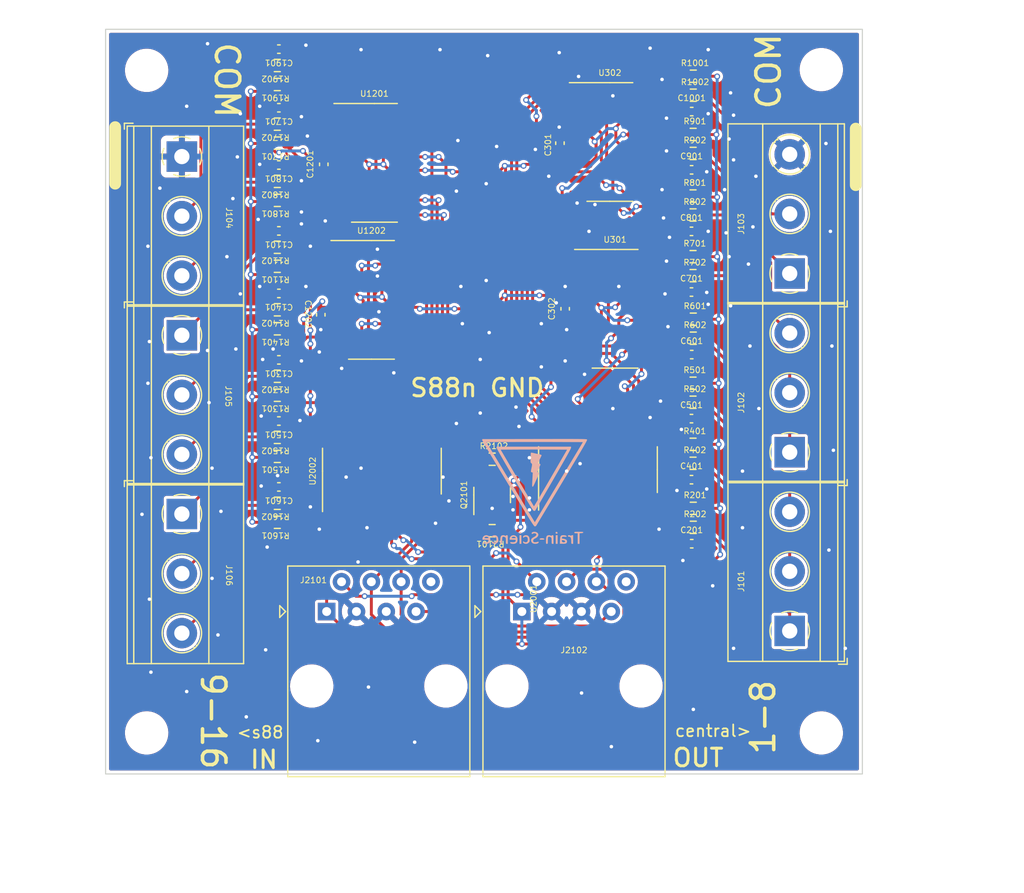
<source format=kicad_pcb>
(kicad_pcb (version 20221018) (generator pcbnew)
  (layers (0 "F.Cu" signal) (31 "B.Cu" signal) (34 "B.Paste" user) (35 "F.Paste" user) (36 "B.SilkS" user "B.Silkscreen") (37 "F.SilkS" user "F.Silkscreen") (38 "B.Mask" user) (39 "F.Mask" user) (44 "Edge.Cuts" user))
  (net 0 "")
  (net 1 "/CS1/CMOS")
  (net 2 "GND")
  (net 3 "VCC")
  (net 4 "/CS2/CMOS")
  (net 5 "/CS3/CMOS")
  (net 6 "/CS4/CMOS")
  (net 7 "/CS5/CMOS")
  (net 8 "/CS6/CMOS")
  (net 9 "/CS7/CMOS")
  (net 10 "/CS8/CMOS")
  (net 11 "/CS12/CMOS")
  (net 12 "/CS14/CMOS")
  (net 13 "/CS13/CMOS")
  (net 14 "/CS15/CMOS")
  (net 15 "/CS16/CMOS")
  (net 16 "/CS10/CMOS")
  (net 17 "/CS11/CMOS")
  (net 18 "/CS9/CMOS")
  (net 19 "/CS1/TRACK")
  (net 20 "/CS2/TRACK")
  (net 21 "/CS3/TRACK")
  (net 22 "/CS4/TRACK")
  (net 23 "/CS5/TRACK")
  (net 24 "/CS6/TRACK")
  (net 25 "/CS7/TRACK")
  (net 26 "/CS8/TRACK")
  (net 27 "/CS12/TRACK")
  (net 28 "/CS14/TRACK")
  (net 29 "/CS13/TRACK")
  (net 30 "/CS15/TRACK")
  (net 31 "/CS16/TRACK")
  (net 32 "/CS10/TRACK")
  (net 33 "/CS11/TRACK")
  (net 34 "/CS9/TRACK")
  (net 35 "/SR-latch1/Q4")
  (net 37 "/SR-latch1/Q2")
  (net 38 "/SR-latch1/Q3")
  (net 39 "/SR-latch1/Q1")
  (net 41 "/SR-latch1/Q6")
  (net 42 "/SR-latch1/Q7")
  (net 43 "/SR-latch1/Q5")
  (net 44 "/SR-latch2/Q4")
  (net 46 "/SR-latch2/Q2")
  (net 47 "/SR-latch2/Q3")
  (net 48 "/SR-latch2/Q1")
  (net 50 "/SR-latch2/Q6")
  (net 51 "/SR-latch2/Q7")
  (net 52 "/SR-latch2/Q5")
  (net 57 "/SR-latch1/Q8")
  (net 58 "/SR-latch2/Q8")
  (net 59 "/RJ45/DATA_IN")
  (net 60 "/RJ45/CLOCK")
  (net 61 "/RJ45/PL")
  (net 62 "/RJ45/RESET")
  (net 64 "Net-(J2101-Pad7)")
  (net 65 "/RJ45/DATA_OUT")
  (net 67 "Net-(Q2101-B)")
  (net 68 "Net-(U2001-Q7)")
  (footprint "Capacitor_SMD:C_0402_1005Metric" (layer "F.Cu") (at 184.7675 54.1895 180)
    (fp_text reference "C1101")
    (fp_text value "100nF")
  )
  (footprint "Capacitor_SMD:C_0402_1005Metric" (layer "F.Cu") (at 219.9545 44.016)
    (fp_text reference "C1001")
    (fp_text value "100nF")
  )
  (footprint "Capacitor_SMD:C_0402_1005Metric" (layer "F.Cu") (at 184.7675 65.1895 180)
    (fp_text reference "C1301")
    (fp_text value "100nF")
  )
  (footprint "Package_TO_SOT_SMD:SOT-23" (layer "F.Cu") (at 202.946 76.708 90)
    (fp_text reference "Q2101")
    (fp_text value "BC847")
  )
  (footprint "custom_kicad_lib_sk:R_0603_smalltext" (layer "F.Cu") (at 184.6345 60.919374 180)
    (fp_text reference "R1402")
    (fp_text value "10k")
  )
  (footprint "custom_kicad_lib_sk:R_0603_smalltext" (layer "F.Cu") (at 184.6345 55.5865 180)
    (fp_text reference "R1102")
    (fp_text value "10k")
  )
  (footprint "custom_kicad_lib_sk:R_0603_smalltext" (layer "F.Cu") (at 184.6345 45.0865 180)
    (fp_text reference "R1702")
    (fp_text value "10k")
  )
  (footprint "custom_kicad_lib_sk:R_0603_smalltext" (layer "F.Cu") (at 220.0675 51.213)
    (fp_text reference "R801")
    (fp_text value "100k")
  )
  (footprint "custom_kicad_lib_sk:R_0603_smalltext" (layer "F.Cu") (at 202.946 73.66)
    (fp_text reference "R2102")
    (fp_text value "100k")
  )
  (footprint "Capacitor_SMD:C_0402_1005Metric" (layer "F.Cu") (at 188.341 61.341 -90)
    (fp_text reference "C1202")
    (fp_text value "100nF")
  )
  (footprint "Capacitor_SMD:C_0402_1005Metric" (layer "F.Cu") (at 219.9545 64.738)
    (fp_text reference "C601")
    (fp_text value "100nF")
  )
  (footprint "Capacitor_SMD:C_0402_1005Metric" (layer "F.Cu") (at 219.944 48.98275)
    (fp_text reference "C901")
    (fp_text value "100nF")
  )
  (footprint "custom_kicad_lib_sk:R_0603_smalltext" (layer "F.Cu") (at 220.077 47.58575)
    (fp_text reference "R902")
    (fp_text value "10k")
  )
  (footprint "TerminalBlock_Phoenix:TerminalBlock_Phoenix_MKDS-1,5-3-5.08_1x03_P5.08mm_Horizontal" (layer "F.Cu") (at 228.305 88.302776 90)
    (fp_text reference "J101")
    (fp_text value "Screw_Terminal_01x03")
  )
  (footprint "custom_kicad_lib_sk:R_0603_smalltext" (layer "F.Cu") (at 220.0875 63.341)
    (fp_text reference "R602")
    (fp_text value "10k")
  )
  (footprint "custom_kicad_lib_sk:R_0603_smalltext" (layer "F.Cu") (at 184.6345 49.9675 180)
    (fp_text reference "R1802")
    (fp_text value "10k")
  )
  (footprint "Capacitor_SMD:C_0402_1005Metric" (layer "F.Cu") (at 219.9345 75.406)
    (fp_text reference "C401")
    (fp_text value "100nF")
  )
  (footprint "custom_kicad_lib_sk:R_0603_smalltext" (layer "F.Cu") (at 184.6345 57.2055 180)
    (fp_text reference "R1101")
    (fp_text value "100k")
  )
  (footprint "custom_kicad_lib_sk:R_0603_smalltext" (layer "F.Cu") (at 220.0875 42.619)
    (fp_text reference "R1002")
    (fp_text value "10k")
  )
  (footprint "custom_kicad_lib_sk:R_0603_smalltext" (layer "F.Cu") (at 184.6345 51.5865 180)
    (fp_text reference "R1801")
    (fp_text value "100k")
  )
  (footprint "TerminalBlock_Phoenix:TerminalBlock_Phoenix_MKDS-1,5-3-5.08_1x03_P5.08mm_Horizontal" (layer "F.Cu") (at 228.305 57.822776 90)
    (fp_text reference "J103")
    (fp_text value "Screw_Terminal_01x03")
  )
  (footprint "custom_kicad_lib_sk:R_0603_smalltext" (layer "F.Cu") (at 220.0875 79.47)
    (fp_text reference "R202")
    (fp_text value "10k")
  )
  (footprint "custom_kicad_lib_sk:R_0603_smalltext" (layer "F.Cu") (at 184.6345 71.800374 180)
    (fp_text reference "R1502")
    (fp_text value "10k")
  )
  (footprint "custom_kicad_lib_sk:R_0603_smalltext" (layer "F.Cu") (at 184.6345 46.7055 180)
    (fp_text reference "R1701")
    (fp_text value "100k")
  )
  (footprint "custom_kicad_lib_sk:R_0603_smalltext" (layer "F.Cu") (at 220.0675 72.39)
    (fp_text reference "R401")
    (fp_text value "100k")
  )
  (footprint "custom_kicad_lib_sk:R_0603_smalltext" (layer "F.Cu") (at 220.0675 68.802)
    (fp_text reference "R502")
    (fp_text value "10k")
  )
  (footprint "Capacitor_SMD:C_0402_1005Metric" (layer "F.Cu") (at 184.7675 38.6895 180)
    (fp_text reference "C1901")
    (fp_text value "100nF")
  )
  (footprint "TerminalBlock_Phoenix:TerminalBlock_Phoenix_MKDS-1,5-3-5.08_1x03_P5.08mm_Horizontal" (layer "F.Cu") (at 176.5 47.852 -90)
    (fp_text reference "J104")
    (fp_text value "Screw_Terminal_01x03")
  )
  (footprint "custom_kicad_lib_sk:R_0603_smalltext" (layer "F.Cu") (at 220.0675 74.009)
    (fp_text reference "R402")
    (fp_text value "10k")
  )
  (footprint "custom_kicad_lib_sk:R_0603_smalltext" (layer "F.Cu") (at 220.0675 52.832)
    (fp_text reference "R802")
    (fp_text value "10k")
  )
  (footprint "custom_kicad_lib_sk:R_0603_smalltext" (layer "F.Cu") (at 184.6345 73.419374 180)
    (fp_text reference "R1501")
    (fp_text value "100k")
  )
  (footprint "custom_kicad_lib_sk:R_0603_smalltext" (layer "F.Cu") (at 184.6345 41.7055 180)
    (fp_text reference "R1901")
    (fp_text value "100k")
  )
  (footprint "MountingHole:MountingHole_3.2mm_M3" (layer "F.Cu") (at 231 97 180)
    (fp_text reference "REF**" hide)
    (fp_text value "MountingHole_3.2mm_M3")
  )
  (footprint "TerminalBlock_Phoenix:TerminalBlock_Phoenix_MKDS-1,5-3-5.08_1x03_P5.08mm_Horizontal" (layer "F.Cu") (at 228.305 73.062776 90)
    (fp_text reference "J102")
    (fp_text value "Screw_Terminal_01x03")
  )
  (footprint "Capacitor_SMD:C_0402_1005Metric" (layer "F.Cu") (at 184.7675 59.522374 180)
    (fp_text reference "C1401")
    (fp_text value "100nF")
  )
  (footprint "Capacitor_SMD:C_0402_1005Metric" (layer "F.Cu") (at 219.9345 59.404)
    (fp_text reference "C701")
    (fp_text value "100nF")
  )
  (footprint "Capacitor_SMD:C_0402_1005Metric" (layer "F.Cu") (at 188.595 48.514 90)
    (fp_text reference "C1201")
    (fp_text value "100nF")
  )
  (footprint "Connector_RJ:RJ45_Amphenol_54602-x08_Horizontal" (layer "F.Cu") (at 205.477 86.65)
    (fp_text reference "J2102")
    (fp_text value "RJ45")
  )
  (footprint "custom_kicad_lib_sk:R_0603_smalltext" (layer "F.Cu") (at 184.6345 66.5865 180)
    (fp_text reference "R1302")
    (fp_text value "10k")
  )
  (footprint "Capacitor_SMD:C_0402_1005Metric" (layer "F.Cu") (at 208.723001 46.708001 90)
    (fp_text reference "C301")
    (fp_text value "100nF")
  )
  (footprint "custom_kicad_lib_sk:R_0603_smalltext" (layer "F.Cu") (at 202.946 79.756 180)
    (fp_text reference "R2101")
    (fp_text value "4k7")
  )
  (footprint "custom_kicad_lib_sk:R_0603_smalltext" (layer "F.Cu") (at 184.6345 68.2055 180)
    (fp_text reference "R1301")
    (fp_text value "100k")
  )
  (footprint "Capacitor_SMD:C_0402_1005Metric" (layer "F.Cu") (at 219.9545 80.867)
    (fp_text reference "C201")
    (fp_text value "100nF")
  )
  (footprint "custom_kicad_lib_sk:R_0603_smalltext" (layer "F.Cu") (at 220.0875 41)
    (fp_text reference "R1001")
    (fp_text value "100k")
  )
  (footprint "Package_SO:SOIC-16_3.9x9.9mm_P1.27mm" (layer "F.Cu") (at 192.659 60.071)
    (fp_text reference "U1202")
    (fp_text value "~")
  )
  (footprint "MountingHole:MountingHole_3.2mm_M3" (layer "F.Cu") (at 173.5 97 180)
    (fp_text reference "REF**" hide)
    (fp_text value "MountingHole_3.2mm_M3")
  )
  (footprint "Capacitor_SMD:C_0402_1005Metric" (layer "F.Cu") (at 184.7675 70.403374 180)
    (fp_text reference "C1501")
    (fp_text value "100nF")
  )
  (footprint "custom_kicad_lib_sk:R_0603_smalltext" (layer "F.Cu") (at 184.6345 79.038374 180)
    (fp_text reference "R1601")
    (fp_text value "100k")
  )
  (footprint "Package_SO:SOIC-16_3.9x9.9mm_P1.27mm" (layer "F.Cu") (at 192.913 48.387)
    (fp_text reference "U1201")
    (fp_text value "~")
  )
  (footprint "custom_kicad_lib_sk:R_0603_smalltext" (layer "F.Cu") (at 220.0875 77.851)
    (fp_text reference "R201")
    (fp_text value "100k")
  )
  (footprint "Package_SO:SOIC-16_3.9x9.9mm_P1.27mm" (layer "F.Cu") (at 213.425 60.833)
    (fp_text reference "U301")
    (fp_text value "~")
  )
  (footprint "Connector_RJ:RJ45_Amphenol_54602-x08_Horizontal" (layer "F.Cu") (at 188.84 86.65)
    (fp_text reference "J2101")
    (fp_text value "RJ45")
  )
  (footprint "Capacitor_SMD:C_0402_1005Metric" (layer "F.Cu") (at 184.7675 43.6895 180)
    (fp_text reference "C1701")
    (fp_text value "100nF")
  )
  (footprint "MountingHole:MountingHole_3.2mm_M3" (layer "F.Cu") (at 173.5 40.5 180)
    (fp_text reference "REF**" hide)
    (fp_text value "MountingHole_3.2mm_M3")
  )
  (footprint "Capacitor_SMD:C_0402_1005Metric" (layer "F.Cu") (at 184.7675 76.022374 180)
    (fp_text reference "C1601")
    (fp_text value "100nF")
  )
  (footprint "custom_kicad_lib_sk:R_0603_smalltext" (layer "F.Cu") (at 220.0675 67.183)
    (fp_text reference "R501")
    (fp_text value "100k")
  )
  (footprint "custom_kicad_lib_sk:R_0603_smalltext" (layer "F.Cu") (at 220.0675 58.007)
    (fp_text reference "R702")
    (fp_text value "10k")
  )
  (footprint "TerminalBlock_Phoenix:TerminalBlock_Phoenix_MKDS-1,5-3-5.08_1x03_P5.08mm_Horizontal" (layer "F.Cu") (at 176.5 78.332 -90)
    (fp_text reference "J106")
    (fp_text value "Screw_Terminal_01x03")
  )
  (footprint "Capacitor_SMD:C_0402_1005Metric" (layer "F.Cu") (at 219.9345 54.229)
    (fp_text reference "C801")
    (fp_text value "100nF")
  )
  (footprint "custom_kicad_lib_sk:R_0603_smalltext" (layer "F.Cu") (at 184.6345 40.0865 180)
    (fp_text reference "R1902")
    (fp_text value "10k")
  )
  (footprint "custom_kicad_lib_sk:R_0603_smalltext" (layer "F.Cu") (at 184.6345 62.538374 180)
    (fp_text reference "R1401")
    (fp_text value "100k")
  )
  (footprint "Package_SO:SOIC-16_3.9x9.9mm_P1.27mm" (layer "F.Cu") (at 212.979 46.609)
    (fp_text reference "U302")
    (fp_text value "~")
  )
  (footprint "MountingHole:MountingHole_3.2mm_M3" (layer "F.Cu") (at 231 40.437776 180)
    (fp_text reference "REF**" hide)
    (fp_text value "MountingHole_3.2mm_M3")
  )
  (footprint "custom_kicad_lib_sk:R_0603_smalltext" (layer "F.Cu") (at 220.0875 61.722)
    (fp_text reference "R601")
    (fp_text value "100k")
  )
  (footprint "Capacitor_SMD:C_0402_1005Metric" (layer "F.Cu") (at 219.9345 70.199)
    (fp_text reference "C501")
    (fp_text value "100nF")
  )
  (footprint "Capacitor_SMD:C_0402_1005Metric" (layer "F.Cu") (at 184.7675 48.5705 180)
    (fp_text reference "C1801")
    (fp_text value "100nF")
  )
  (footprint "custom_kicad_lib_sk:R_0603_smalltext" (layer "F.Cu") (at 220.0675 56.388)
    (fp_text reference "R701")
    (fp_text value "100k")
  )
  (footprint "Package_SO:SOIC-16_3.9x9.9mm_P1.27mm" (layer "F.Cu") (at 211.963 74.549 90)
    (fp_text reference "U2001")
    (fp_text value "4014")
  )
  (footprint "Package_SO:SOIC-16_3.9x9.9mm_P1.27mm" (layer "F.Cu") (at 193.548 74.676 90)
    (fp_text reference "U2002")
    (fp_text value "4014")
  )
  (footprint "custom_kicad_lib_sk:R_0603_smalltext" (layer "F.Cu") (at 220.077 45.96675)
    (fp_text reference "R901")
    (fp_text value "100k")
  )
  (footprint "TerminalBlock_Phoenix:TerminalBlock_Phoenix_MKDS-1,5-3-5.08_1x03_P5.08mm_Horizontal" (layer "F.Cu") (at 176.5 63.092 -90)
    (fp_text reference "J105")
    (fp_text value "Screw_Terminal_01x03")
  )
  (footprint "Capacitor_SMD:C_0402_1005Metric" (layer "F.Cu") (at 209.169001 60.833 90)
    (fp_text reference "C302")
    (fp_text value "100nF")
  )
  (footprint "custom_kicad_lib_sk:R_0603_smalltext" (layer "F.Cu") (at 184.6345 77.419374 180)
    (fp_text reference "R1602")
    (fp_text value "10k")
  )
  (footprint "custom_kicad_lib_sk:Train-Science logo small" (layer "B.Cu") (at 206.5 76.5 180)
    (fp_text reference "G***" hide)
    (fp_text value "LOGO" hide)
  )
  (gr_line (start 170.815 50.165) (end 170.815 45.339) (stroke (width 1)) (layer "F.SilkS"))
  (gr_line (start 233.934 50.292) (end 233.934 45.466) (stroke (width 1)) (layer "F.SilkS"))
  (gr_rect (start 170 37) (end 234.5 100.5) (stroke (width 0.1)) (fill none) (layer "Edge.Cuts"))
  (gr_text "9-16" (at 178 91.694 -90) (layer "F.SilkS") (effects (font (size 2 2) (thickness 0.3)) (justify left bottom)))
  (gr_text "S88n GND" (at 201.676 68.453) (layer "F.SilkS") (effects (font (size 1.5 1.5) (thickness 0.25) bold) (justify bottom)))
  (gr_text "COM" (at 227.678 43.979776 90) (layer "F.SilkS") (effects (font (size 2 2) (thickness 0.3)) (justify left bottom)))
  (gr_text "1-8" (at 227.203 99 90) (layer "F.SilkS") (effects (font (size 2 2) (thickness 0.3)) (justify left bottom)))
  (gr_text "IN" (at 183.5 100.15) (layer "F.SilkS") (effects (font (size 1.5 1.5) (thickness 0.25) bold) (justify bottom)))
  (gr_text "OUT" (at 220.5 100) (layer "F.SilkS") (effects (font (size 1.5 1.5) (thickness 0.25) bold) (justify bottom)))
  (gr_text "central>" (at 218.44 97.409) (layer "F.SilkS") (effects (font (size 1 1)) (justify left bottom)))
  (gr_text "<s88" (at 181.102 97.536) (layer "F.SilkS") (effects (font (size 1 1)) (justify left bottom)))
  (gr_text "COM" (at 179.177 37.946 -90) (layer "F.SilkS") (effects (font (size 2 2) (thickness 0.3)) (justify left bottom)))
  (segment (start 209.65 63.661249) (end 209.948249 63.363) (width 0.25) (layer "F.Cu") (net 1))
  (segment (start 215.445125 66.982125) (end 213.106 64.643) (width 0.25) (layer "F.Cu") (net 1))
  (segment (start 209.948249 63.363) (end 212.217 63.363) (width 0.25) (layer "F.Cu") (net 1))
  (segment (start 219.175 77.851) (end 217.8925 76.5685) (width 0.25) (layer "F.Cu") (net 1))
  (segment (start 213.106 64.643) (end 209.938249 64.643) (width 0.25) (layer "F.Cu") (net 1))
  (segment (start 217.8925 71.391104) (end 217.667 71.165604) (width 0.25) (layer "F.Cu") (net 1))
  (segment (start 217.667 70.231) (end 215.445125 68.009125) (width 0.25) (layer "F.Cu") (net 1))
  (segment (start 219.175 77.851) (end 219.175 80.5675) (width 0.25) (layer "F.Cu") (net 1))
  (segment (start 211.836 58.928) (end 210.95 58.928) (width 0.25) (layer "F.Cu") (net 1))
  (segment (start 219.175 80.5675) (end 219.4745 80.867) (width 0.25) (layer "F.Cu") (net 1))
  (segment (start 212.852 62.728) (end 212.852 59.944) (width 0.25) (layer "F.Cu") (net 1))
  (segment (start 217.667 71.165604) (end 217.667 70.231) (width 0.25) (layer "F.Cu") (net 1))
  (segment (start 209.65 64.354751) (end 209.65 63.661249) (width 0.25) (layer "F.Cu") (net 1))
  (segment (start 215.445125 68.009125) (end 215.445125 66.982125) (width 0.25) (layer "F.Cu") (net 1))
  (segment (start 217.8925 76.5685) (end 217.8925 71.391104) (width 0.25) (layer "F.Cu") (net 1))
  (segment (start 212.852 59.944) (end 211.836 58.928) (width 0.25) (layer "F.Cu") (net 1))
  (segment (start 212.217 63.363) (end 212.852 62.728) (width 0.25) (layer "F.Cu") (net 1))
  (segment (start 209.938249 64.643) (end 209.65 64.354751) (width 0.25) (layer "F.Cu") (net 1))
  (via (at 186.69 44.45) (size 0.5) (drill 0.3) (layers "F.Cu" "B.Cu") (net 2))
  (via (at 199.898 70.612) (size 0.5) (drill 0.3) (layers "F.Cu" "B.Cu") (net 2))
  (via (at 222.885 54.356) (size 0.5) (drill 0.3) (layers "F.Cu" "B.Cu") (net 2))
  (via (at 202.565 39.243) (size 0.5) (drill 0.3) (layers "F.Cu" "B.Cu") (net 2))
  (via (at 221.361 38.735) (size 0.5) (drill 0.3) (layers "F.Cu" "B.Cu") (net 2))
  (via (at 209.169 65.278) (size 0.5) (drill 0.3) (layers "F.Cu" "B.Cu") (net 2))
  (via (at 202.946 77.851) (size 0.5) (drill 0.3) (layers "F.Cu" "B.Cu") (net 2))
  (via (at 223.266 42.418) (size 0.5) (drill 0.3) (layers "F.Cu" "B.Cu") (net 2))
  (via (at 213.233 69.342) (size 0.5) (drill 0.3) (layers "F.Cu" "B.Cu") (net 2))
  (via (at 210.566 93.599) (size 0.5) (drill 0.3) (layers "F.Cu" "B.Cu") (net 2))
  (via (at 178.689 64.389) (size 0.5) (drill 0.3) (layers "F.Cu" "B.Cu") (net 2))
  (via (at 179.07 74.422) (size 0.5) (drill 0.3) (layers "F.Cu" "B.Cu") (net 2))
  (via (at 217.932 62.357) (size 0.5) (drill 0.3) (layers "F.Cu" "B.Cu") (net 2))
  (via (at 217.17 79.629) (size 0.5) (drill 0.3) (layers "F.Cu" "B.Cu") (net 2))
  (via (at 201.93 69.723) (size 0.5) (drill 0.3) (layers "F.Cu" "B.Cu") (net 2))
  (via (at 179.832 78.105) (size 0.5) (drill 0.3) (layers "F.Cu" "B.Cu") (net 2))
  (via (at 200.406 62.103) (size 0.5) (drill 0.3) (layers "F.Cu" "B.Cu") (net 2))
  (via (at 200.279 58.928) (size 0.5) (drill 0.3) (layers "F.Cu" "B.Cu") (net 2))
  (via (at 213.741 58.928) (size 0.5) (drill 0.3) (layers "F.Cu" "B.Cu") (net 2))
  (via (at 213.233 42.672) (size 0.5) (drill 0.3) (layers "F.Cu" "B.Cu") (net 2))
  (via (at 218.694 76.327) (size 0.5) (drill 0.3) (layers "F.Cu" "B.Cu") (net 2))
  (via (at 222.758 50.673) (size 0.5) (drill 0.3) (layers "F.Cu" "B.Cu") (net 2))
  (via (at 223.52 89.789) (size 0.5) (drill 0.3) (layers "F.Cu" "B.Cu") (net 2))
  (via (at 224.917 64.008) (size 0.5) (drill 0.3) (layers "F.Cu" "B.Cu") (net 2))
  (via (at 183.007 53.213) (size 0.5) (drill 0.3) (layers "F.Cu" "B.Cu") (net 2))
  (via (at 202.438 58.42) (size 0.5) (drill 0.3) (layers "F.Cu" "B.Cu") (net 2))
  (via (at 186.69 52.578) (size 0.5) (drill 0.3) (layers "F.Cu" "B.Cu") (net 2))
  (via (at 183.261 75.946) (size 0.5) (drill 0.3) (layers "F.Cu" "B.Cu") (net 2))
  (via (at 173.736 63.627) (size 0.5) (drill 0.3) (layers "F.Cu" "B.Cu") (net 2))
  (via (at 181.483 44.196) (size 0.5) (drill 0.3) (layers "F.Cu" "B.Cu") (net 2))
  (via (at 198.755 75.184) (size 0.5) (drill 0.3) (layers "F.Cu" "B.Cu") (net 2))
  (via (at 173.736 85.598) (size 0.5) (drill 0.3) (layers "F.Cu" "B.Cu") (net 2))
  (via (at 187.071 58.928) (size 0.5) (drill 0.3) (layers "F.Cu" "B.Cu") (net 2))
  (via (at 181.991 95.631) (size 0.5) (drill 0.3) (layers "F.Cu" "B.Cu") (net 2))
  (via (at 205.232 70.866) (size 0.5) (drill 0.3) (layers "F.Cu" "B.Cu") (net 2))
  (via (at 183.134 58.928) (size 0.5) (drill 0.3) (layers "F.Cu" "B.Cu") (net 2))
  (via (at 206.629 47.244) (size 0.5) (drill 0.3) (layers "F.Cu" "B.Cu") (net 2))
  (via (at 224.282 74.676) (size 0.5) (drill 0.3) (layers "F.Cu" "B.Cu") (net 2))
  (via (at 199.263 77.216) (size 0.5) (drill 0.3) (layers "F.Cu" "B.Cu") (net 2))
  (via (at 186.69 65.278) (size 0.5) (drill 0.3) (layers "F.Cu" "B.Cu") (net 2))
  (via (at 202.692 62.865) (size 0.5) (drill 0.3) (layers "F.Cu" "B.Cu") (net 2))
  (via (at 225.171 53.848) (size 0.5) (drill 0.3) (layers "F.Cu" "B.Cu") (net 2))
  (via (at 198.12 79.121) (size 0.5) (drill 0.3) (layers "F.Cu" "B.Cu") (net 2))
  (via (at 179.578 88.646) (size 0.5) (drill 0.3) (layers "F.Cu" "B.Cu") (net 2))
  (via (at 193.294 61.087) (size 0.5) (drill 0.3) (layers "F.Cu" "B.Cu") (net 2))
  (via (at 221.742 84.455) (size 0.5) (drill 0.3) (layers "F.Cu" "B.Cu") (net 2))
  (via (at 192.278 79.502) (size 0.5) (drill 0.3) (layers "F.Cu" "B.Cu") (net 2))
  (via (at 193.167 55.753) (size 0.5) (drill 0.3) (layers "F.Cu" "B.Cu") (net 2))
  (via (at 231.902 64.008) (size 0.5) (drill 0.3) (layers "F.Cu" "B.Cu") (net 2))
  (via (at 173.863 73.533) (size 0.5) (drill 0.3) (layers "F.Cu" "B.Cu") (net 2))
  (via (at 204.978 69.215) (size 0.5) (drill 0.3) (layers "F.Cu" "B.Cu") (net 2))
  (via (at 180.34 56.388) (size 0.5) (drill 0.3) (layers "F.Cu" "B.Cu") (net 2))
  (via (at 209.296 62.611) (size 0.5) (drill 0.3) (layers "F.Cu" "B.Cu") (net 2))
  (via (at 191.516 82.423) (size 0.5) (drill 0.3) (layers "F.Cu" "B.Cu") (net 2))
  (via (at 208.661 45.339) (size 0.5) (drill 0.3) (layers "F.Cu" "B.Cu") (net 2))
  (via (at 186.69 53.594) (size 0.5) (drill 0.3) (layers "F.Cu" "B.Cu") (net 2))
  (via (at 184.277 64.262) (size 0.5) (drill 0.3) (layers "F.Cu" "B.Cu") (net 2))
  (via (at 223.52 48.133) (size 0.5) (drill 0.3) (layers "F.Cu" "B.Cu") (net 2))
  (via (at 190.119 65.913) (size 0.5) (drill 0.3) (layers "F.Cu" "B.Cu") (net 2))
  (via (at 181.483 59.563) (size 0.5) (drill 0.3) (layers "F.Cu" "B.Cu") (net 2))
  (via (at 209.169 58.928) (size 0.5) (drill 0.3) (layers "F.Cu" "B.Cu") (net 2))
  (via (at 207.772 49.53) (size 0.5) (drill 0.3) (layers "F.Cu" "B.Cu") (net 2))
  (via (at 184.658 75.057) (size 0.5) (drill 0.3) (layers "F.Cu" "B.Cu") (net 2))
  (via (at 207.137 65.786) (size 0.5) (drill 0.3) (layers "F.Cu" "B.Cu") (net 2))
  (via (at 190.5 75.184) (size 0.5) (drill 0.3) (layers "F.Cu" "B.Cu") (net 2))
  (via (at 209.296 74.676) (size 0.5) (drill 0.3) (layers "F.Cu" "B.Cu") (net 2))
  (via (at 188.722 53.34) (size 0.5) (drill 0.3) (layers "F.Cu" "B.Cu") (net 2))
  (via (at 225.679 69.342) (size 0.5) (drill 0.3) (layers "F.Cu" "B.Cu") (net 2))
  (via (at 206.121 77.978) (size 0.5) (drill 0.3) (layers "F.Cu" "B.Cu") (net 2))
  (via (at 231.775 54.229) (size 0.5) (drill 0.3) (layers "F.Cu" "B.Cu") (net 2))
  (via (at 223.52 44.323) (size 0.5) (drill 0.3) (layers "F.Cu" "B.Cu") (net 2))
  (via (at 183.769 81.153) (size 0.5) (drill 0.3) (layers "F.Cu" "B.Cu") (net 2))
  (via (at 173.609 55.499) (size 0.5) (drill 0.3) (layers "F.Cu" "B.Cu") (net 2))
  (via (at 210.312 41.021) (size 0.5) (drill 0.3) (layers "F.Cu" "B.Cu") (net 2))
  (via (at 200.025 46.482) (size 0.5) (drill 0.3) (layers "F.Cu" "B.Cu") (net 2))
  (via (at 217.805 56.769) (size 0.5) (drill 0.3) (layers "F.Cu" "B.Cu") (net 2))
  (via (at 188.087 97.663) (size 0.5) (drill 0.3) (layers "F.Cu" "B.Cu") (net 2))
  (via (at 202.438 50.165) (size 0.5) (drill 0.3) (layers "F.Cu" "B.Cu") (net 2))
  (via (at 188.214 79.629) (size 0.5) (drill 0.3) (layers "F.Cu" "B.Cu") (net 2))
  (via (at 217.424 50.673) (size 0.5) (drill 0.3) (layers "F.Cu" "B.Cu") (net 2))
  (via (at 224.79 57.023) (size 0.5) (drill 0.3) (layers "F.Cu" "B.Cu") (net 2))
  (via (at 186.69 49.911) (size 0.5) (drill 0.3) (layers "F.Cu" "B.Cu") (net 2))
  (via (at 187.071 38.354) (size 0.5) (drill 0.3) (layers "F.Cu" "B.Cu") (net 2))
  (via (at 180.848 51.435) (size 0.5) (drill 0.3) (layers "F.Cu" "B.Cu") (net 2))
  (via (at 210.439 74.041) (size 0.5) (drill 0.3) (layers "F.Cu" "B.Cu") (net 2))
  (via (at 216.408 38.608) (size 0.5) (drill 0.3) (layers "F.Cu" "B.Cu") (net 2))
  (via (at 233.045 89.789) (size 0.5) (drill 0.3) (layers "F.Cu" "B.Cu") (net 2))
  (via (at 192.405 93.091) (size 0.5) (drill 0.3) (layers "F.Cu" "B.Cu") (net 2))
  (via (at 196.342 97.79) (size 0.5) (drill 0.3) (layers "F.Cu" "B.Cu") (net 2))
  (via (at 217.424 41.275) (size 0.5) (drill 0.3) (layers "F.Cu" "B.Cu") (net 2))
  (via (at 183.261 69.977) (size 0.5) (drill 0.3) (layers "F.Cu" "B.Cu") (net 2))
  (via (at 174.625 50.546) (size 0.5) (drill 0.3) (layers "F.Cu" "B.Cu") (net 2))
  (via (at 211.709 51.943) (size 0.5) (drill 0.3) (layers "F.Cu" "B.Cu") (net 2))
  (via (at 183.134 48.514) (size 0.5) (drill 0.3) (layers "F.Cu" "B.Cu") (net 2))
  (via (at 183.388 65.151) (size 0.5) (drill 0.3) (layers "F.Cu" "B.Cu") (net 2))
  (via (at 221.361 54.229) (size 0.5) (drill 0.3) (layers "F.Cu" "B.Cu") (net 2))
  (via (at 224.282 79.502) (size 0.5) (drill 0.3) (layers "F.Cu" "B.Cu") (net 2))
  (via (at 186.563 70.358) (size 0.5) (drill 0.3) (layers "F.Cu" "B.Cu") (net 2))
  (via (at 207.137 62.103) (size 0.5) (drill 0.3) (layers "F.Cu" "B.Cu") (net 2))
  (via (at 217.551 53.086) (size 0.5) (drill 0.3) (layers "F.Cu" "B.Cu") (net 2))
  (via (at 208.661 38.989) (size 0.5) (drill 0.3) (layers "F.Cu" "B.Cu") (net 2))
  (via (at 181.102 64.262) (size 0.5) (drill 0.3) (layers "F.Cu" "B.Cu") (net 2))
  (via (at 223.139 46.355) (size 0.5) (drill 0.3) (layers "F.Cu" "B.Cu") (net 2))
  (via (at 221.361 44.196) (size 0.5) (drill 0.3) (layers "F.Cu" "B.Cu") (net 2))
  (via (at 223.139 56.388) (size 0.5) (drill 0.3) (layers "F.Cu" "B.Cu") (net 2))
  (via (at 188.214 64.516) (size 0.5) (drill 0.3) (layers "F.Cu" "B.Cu") (net 2))
  (via (at 188.341 62.611) (size 0.5) (drill 0.3) (layers "F.Cu" "B.Cu") (net 2))
  (via (at 219.202 82.296) (size 0.5) (drill 0.3) (layers "F.Cu" "B.Cu") (net 2))
  (via (at 218.059 54.737) (size 0.5) (drill 0.3) (layers "F.Cu" "B.Cu") (net 2))
  (via (at 183.642 89.916) (size 0.5) (drill 0.3) (layers "F.Cu" "B.Cu") (net 2))
  (via (at 176.911 93.472) (size 0.5) (drill 0.3) (layers "F.Cu" "B.Cu") (net 2))
  (via (at 191.77 74.422) (size 0.5) (drill 0.3) (layers "F.Cu" "B.Cu") (net 2))
  (via (at 210.82 66.421) (size 0.5) (drill 0.3) (layers "F.Cu" "B.Cu") (net 2))
  (via (at 217.297 68.707) (size 0.5) (drill 0.3) (layers "F.Cu" "B.Cu") (net 2))
  (via (at 206.121 73.533) (size 0.5) (drill 0.3) (layers "F.Cu" "B.Cu") (net 2))
  (via (at 198.501 38.735) (size 0.5) (drill 0.3) (layers "F.Cu" "B.Cu") (net 2))
  (via (at 221.234 59.436) (size 0.5) (drill 0.3) (layers "F.Cu" "B.Cu") (net 2))
  (via (at 203.327 46.99) (size 0.5) (drill 0.3) (layers "F.Cu" "B.Cu") (net 2))
  (via (at 221.234 49.149) (size 0.5) (drill 0.3) (layers "F.Cu" "B.Cu") (net 2))
  (via (at 173.101 78.359) (size 0.5) (drill 0.3) (layers "F.Cu" "B.Cu") (net 2))
  (via (at 208.407 60.325) (size 0.5) (drill 0.3) (layers "F.Cu" "B.Cu") (net 2))
  (via (at 232.029 72.898) (size 0.5) (drill 0.3) (layers "F.Cu" "B.Cu") (net 2))
  (via (at 221.361 60.452) (size 0.5) (drill 0.3) (layers "F.Cu" "B.Cu") (net 2))
  (via (at 217.805 47.371) (size 0.5) (drill 0.3) (layers "F.Cu" "B.Cu") (net 2))
  (via (at 217.805 44.577) (size 0.5) (drill 0.3) (layers "F.Cu" "B.Cu") (net 2))
  (via (at 223.266 60.579) (size 0.5) (drill 0.3) (layers "F.Cu" "B.Cu") (net 2))
  (via (at 219.075 71.12) (size 0.5) (drill 0.3) (layers "F.Cu" "B.Cu") (net 2))
  (via (at 231.648 81.407) (size 0.5) (drill 0.3) (layers "F.Cu" "B.Cu") (net 2))
  (via (at 211.201 54.229) (size 0.5) (drill 0.3) (layers "F.Cu" "B.Cu") (net 2))
  (via (at 204.724 77.978) (size 0.5) (drill 0.3) (layers "F.Cu" "B.Cu") (net 2))
  (via (at 179.07 83.82) (size 0.5) (drill 0.3) (layers "F.Cu" "B.Cu") (net 2))
  (via (at 176.911 43.561) (size 0.5) (drill 0.3) (layers "F.Cu" "B.Cu") (net 2))
  (via (at 220.091 94.996) (size 0.5) (drill 0.3) (layers "F.Cu" "B.Cu") (net 2))
  (via (at 173.609 67.183) (size 0.5) (drill 0.3) (layers "F.Cu" "B.Cu") (net 2))
  (via (at 187.452 55.499) (size 0.5) (drill 0.3) (layers "F.Cu" "B.Cu") (net 2))
  (via (at 231.394 46.736) (size 0.5) (drill 0.3) (layers "F.Cu" "B.Cu") (net 2))
  (via (at 181.229 47.879) (size 0.5) (drill 0.3) (layers "F.Cu" "B.Cu") (net 2))
  (via (at 204.724 76.835) (size 0.5) (drill 0.3) (layers "F.Cu" "B.Cu") (net 2))
  (via (at 187.452 77.724) (size 0.5) (drill 0.3) (layers "F.Cu" "B.Cu") (net 2))
  (via (at 217.678 59.563) (size 0.5) (drill 0.3) (layers "F.Cu" "B.Cu") (net 2))
  (via (at 187.198 46.101) (size 0.5) (drill 0.3) (layers "F.Cu" "B.Cu") (net 2))
  (via (at 216.408 70.104) (size 0.5) (drill 0.3) (layers "F.Cu" "B.Cu") (net 2))
  (via (at 225.425 49.53) (size 0.5) (drill 0.3) (layers "F.Cu" "B.Cu") (net 2))
  (via (at 199.898 50.8) (size 0.5) (drill 0.3) (layers "F.Cu" "B.Cu") (net 2))
  (via (at 206.121 76.962) (size 0.5) (drill 0.3) (layers "F.Cu" "B.Cu") (net 2))
  (via (at 193.167 58.039) (size 0.5) (drill 0.3) (layers "F.Cu" "B.Cu") (net 2))
  (via (at 191.77 38.735) (size 0.5) (drill 0.3) (layers "F.Cu" "B.Cu") (net 2))
  (via (at 178.816 68.834) (size 0.5) (drill 0.3) (layers "F.Cu" "B.Cu") (net 2))
  (via (at 201.93 65.151) (size 0.5) (drill 0.3) (layers "F.Cu" "B.Cu") (net 2))
  (via (at 173.863 91.821) (size 0.5) (drill 0.3) (layers "F.Cu" "B.Cu") (net 2))
  (via (at 194.564 66.294) (size 0.5) (drill 0.3) (layers "F.Cu" "B.Cu") (net 2))
  (via (at 178.689 38.227) (size 0.5) (drill 0.3) (layers "F.Cu" "B.Cu") (net 2))
  (via (at 210.185 51.816) (size 0.5) (drill 0.3) (layers "F.Cu" "B.Cu") (net 2))
  (via (at 183.134 43.561) (size 0.5) (drill 0.3) (layers "F.Cu" "B.Cu") (net 2))
  (via (at 213.106 98.171) (size 0.5) (drill 0.3) (layers "F.Cu" "B.Cu") (net 2))
  (via (at 221.234 76.2) (size 0.5) (drill 0.3) (layers "F.Cu" "B.Cu") (net 2))
  (segment (start 186.8775 62.923104) (end 186.46223 63.338374) (width 0.25) (layer "F.Cu") (net 3))
  (segment (start 190.438 49.022) (end 188.623 49.022) (width 0.25) (layer "F.Cu") (net 3))
  (segment (start 188.341 60.325) (end 188.468 60.198) (width 0.25) (layer "F.Cu") (net 3))
  (segment (start 204.3085 84.6745) (end 204.3085 80.588995) (width 0.25) (layer "F.Cu") (net 3))
  (segment (start 205.486 89.4165) (end 191.6065 89.4165) (width 0.25) (layer "F.Cu") (net 3))
  (segment (start 210.95 61.468) (end 209.324001 61.468) (width 0.25) (layer "F.Cu") (net 3))
  (segment (start 205.477 86.65) (end 204.3085 85.4815) (width 0.25) (layer "F.Cu") (net 3))
  (segment (start 188.496 60.706) (end 188.341 60.861) (width 0.25) (layer "F.Cu") (net 3))
  (segment (start 182.5 73.5) (end 183.641374 73.5) (width 0.25) (layer "F.Cu") (net 3))
  (segment (start 207.955901 62.5261) (end 209.169001 61.313) (width 0.25) (layer "F.Cu") (net 3))
  (segment (start 188.44 48.994) (end 186.817 47.371) (width 0.25) (layer "F.Cu") (net 3))
  (segment (start 183.6915 46.736) (end 183.722 46.7055) (width 0.25) (layer "F.Cu") (net 3))
  (segment (start 203.549249 76.583) (end 203.297249 76.835) (width 0.25) (layer "F.Cu") (net 3))
  (segment (start 186.3595 77.164104) (end 186.3595 79.508869) (width 0.25) (layer "F.Cu") (net 3))
  (segment (start 183.641374 73.5) (end 183.722 73.419374) (width 0.25) (layer "F.Cu") (net 3))
  (segment (start 208.723001 47.188001) (end 208.715392 47.188001) (width 0.25) (layer "F.Cu") (net 3))
  (segment (start 204.7875 75.5015) (end 203.706 76.583) (width 0.25) (layer "F.Cu") (net 3))
  (segment (start 207.518 72.074) (end 207.518 71.239715) (width 0.25) (layer "F.Cu") (net 3))
  (segment (start 188.341 60.861) (end 188.341 60.325) (width 0.25) (layer "F.Cu") (net 3))
  (segment (start 185.985369 79.883) (end 184.566626 79.883) (width 0.25) (layer "F.Cu") (net 3))
  (segment (start 182.372 57.912) (end 183.0155 57.912) (width 0.25) (layer "F.Cu") (net 3))
  (segment (start 186.309 80.01) (end 186.083684 79.784684) (width 0.25) (layer "F.Cu") (net 3))
  (segment (start 205.359 74.93) (end 204.7875 75.5015) (width 0.25) (layer "F.Cu") (net 3))
  (segment (start 182.372 42.291) (end 183.1365 42.291) (width 0.25) (layer "F.Cu") (net 3))
  (segment (start 182.372 46.736) (end 183.6915 46.736) (width 0.25) (layer "F.Cu") (net 3))
  (segment (start 203.297249 76.835) (end 202.601249 76.835) (width 0.25) (layer "F.Cu") (net 3))
  (segment (start 222.0565 45.974) (end 220.99675 45.974) (width 0.25) (layer "F.Cu") (net 3))
  (segment (start 206.056 72.074) (end 205.359 72.771) (width 0.25) (layer "F.Cu") (net 3))
  (segment (start 222.25 61.722) (end 221 61.722) (width 0.25) (layer "F.Cu") (net 3))
  (segment (start 188.595 48.994) (end 188.44 48.994) (width 0.25) (layer "F.Cu") (net 3))
  (segment (start 221.075 51.308) (end 220.98 51.213) (width 0.25) (layer "F.Cu") (net 3))
  (segment (start 222.123 56.388) (end 220.98 56.388) (width 0.25) (layer "F.Cu") (net 3))
  (segment (start 220.99675 45.974) (end 220.9895 45.96675) (width 0.25) (layer "F.Cu") (net 3))
  (segment (start 222.377 81.788) (end 214.7485 89.4165) (width 0.25) (layer "F.Cu") (net 3))
  (segment (start 207.518 71.239715) (end 206.315143 70.036858) (width 0.25) (layer "F.Cu") (net 3))
  (segment (start 222.102 41) (end 222.123 41.021) (width 0.25) (layer "F.Cu") (net 3))
  (segment (start 202.0335 76.267251) (end 202.0335 73.66) (width 0.25) (layer "F.Cu") (net 3))
  (segment (start 182.499 68.326) (end 183.6015 68.326) (width 0.25) (layer "F.Cu") (net 3))
  (segment (start 204.3085 80.588995) (end 205.359 79.538495) (width 0.25) (layer "F.Cu") (net 3))
  (segment (start 182.499 62.611) (end 183.649374 62.611) (width 0.25) (layer "F.Cu") (net 3))
  (segment (start 189.103 72.201) (end 189.103 74.420604) (width 0.25) (layer "F.Cu") (net 3))
  (segment (start 183.6195 51.689) (end 183.722 51.5865) (width 0.25) (layer "F.Cu") (net 3))
  (segment (start 183.6015 68.326) (end 183.722 68.2055) (width 0.25) (layer "F.Cu") (net 3))
  (segment (start 204.3085 85.4815) (end 204.3085 84.6745) (width 0.25) (layer "F.Cu") (net 3))
  (segment (start 222.25 72.39) (end 220.98 72.39) (width 0.25) (layer "F.Cu") (net 3))
  (segment (start 214.7485 89.4165) (end 205.486 89.4165) (width 0.25) (layer "F.Cu") (net 3))
  (segment (start 186.182 79.883) (end 186.309 80.01) (width 0.25) (layer "F.Cu") (net 3))
  (segment (start 183.649374 62.611) (end 183.722 62.538374) (width 0.25) (layer "F.Cu") (net 3))
  (segment (start 183.0155 57.912) (end 183.722 57.2055) (width 0.25) (layer "F.Cu") (net 3))
  (segment (start 207.955901 67.5071) (end 207.955901 62.5261) (width 0.25) (layer "F.Cu") (net 3))
  (segment (start 188.84 82.541) (end 186.309 80.01) (width 0.25) (layer "F.Cu") (net 3))
  (segment (start 188.623 49.022) (end 188.595 48.994) (width 0.25) (layer "F.Cu") (net 3))
  (segment (start 188.84 86.65) (end 188.84 82.541) (width 0.25) (layer "F.Cu") (net 3))
  (segment (start 184.5145 47.498) (end 183.722 46.7055) (width 0.25) (layer "F.Cu") (net 3))
  (segment (start 189.103 74.420604) (end 186.3595 77.164104) (width 0.25) (layer "F.Cu") (net 3))
  (segment (start 205.359 72.771) (end 205.359 74.93) (width 0.25) (layer "F.Cu") (net 3))
  (segment (start 182.538374 79.038374) (end 182.5 79) (width 0.25) (layer "F.Cu") (net 3))
  (segment (start 205.359 79.538495) (end 205.359 79.4415) (width 0.25) (layer "F.Cu") (net 3))
  (segment (start 220.2 40.2) (end 221 41) (width 0.25) (layer "F.Cu") (net 3))
  (segment (start 186.309 79.559369) (end 186.309 80.01) (width 0.25) (layer "F.Cu") (net 3))
  (segment (start 183.722 79.038374) (end 182.538374 79.038374) (width 0.25) (layer "F.Cu") (net 3))
  (segment (start 191.6065 89.4165) (end 188.84 86.65) (width 0.25) (layer "F.Cu") (net 3))
  (segment (start 209.324001 61.468) (end 209.169001 61.313) (width 0.25) (layer "F.Cu") (net 3))
  (segment (start 205.841767 43.027767) (end 208.669534 40.2) (width 0.25) (layer "F.Cu") (net 3))
  (segment (start 190.184 60.706) (end 188.496 60.706) (width 0.25) (layer "F.Cu") (net 3))
  (segment (start 202.601249 76.835) (end 202.0335 76.267251) (width 0.25) (layer "F.Cu") (net 3))
  (segment (start 222.25 67.183) (end 220.98 67.183) (width 0.25) (layer "F.Cu") (net 3))
  (segment (start 208.669534 40.2) (end 220.2 40.2) (width 0.25) (layer "F.Cu") (net 3))
  (segment (start 208.779 47.244) (end 208.723001 47.188001) (width 0.25) (layer "F.Cu") (net 3))
  (segment (start 186.3595 79.508869) (end 186.309 79.559369) (width 0.25) (layer "F.Cu") (net 3))
  (segment (start 186.083684 79.784684) (end 185.985369 79.883) (width 0.25) (layer "F.Cu") (net 3))
  (segment (start 222.377 77.851) (end 221 77.851) (width 0.25) (layer "F.Cu") (net 3))
  (segment (start 210.504 47.244) (end 208.779 47.244) (width 0.25) (layer "F.Cu") (net 3))
  (segment (start 208.715392 47.188001) (end 206.718431 45.19104) (width 0.25) (layer "F.Cu") (net 3))
  (segment (start 186.8775 61.722) (end 186.8775 62.923104) (width 0.25) (layer "F.Cu") (net 3))
  (segment (start 221 41) (end 222.102 41) (width 0.25) (layer "F.Cu") (net 3))
  (segment (start 185.985369 79.883) (end 186.182 79.883) (width 0.25) (layer "F.Cu") (net 3))
  (segment (start 186.3595 79.508869) (end 186.083684 79.784684) (width 0.25) (layer "F.Cu") (net 3))
  (segment (start 183.1365 42.291) (end 183.722 41.7055) (width 0.25) (layer "F.Cu") (net 3))
  (segment (start 184.522 63.338374) (end 183.722 62.538374) (width 0.25) (layer "F.Cu") (net 3))
  (segment (start 203.706 76.583) (end 203.549249 76.583) (width 0.25) (layer "F.Cu") (net 3))
  (segment (start 222.123 51.308) (end 221.075 51.308) (width 0.25) (layer "F.Cu") (net 3))
  (segment (start 182.372 51.689) (end 183.6195 51.689) (width 0.25) (layer "F.Cu") (net 3))
  (segment (start 184.785 47.498) (end 184.5145 47.498) (width 0.25) (layer "F.Cu") (net 3))
  (segment (start 184.566626 79.883) (end 183.722 79.038374) (width 0.25) (layer "F.Cu") (net 3))
  (segment (start 206.718431 45.19104) (end 206.718431 44.412431) (width 0.25) (layer "F.Cu") (net 3))
  (segment (start 186.46223 63.338374) (end 184.522 63.338374) (width 0.25) (layer "F.Cu") (net 3))
  (segment (start 207.518 72.074) (end 206.056 72.074) (width 0.25) (layer "F.Cu") (net 3))
  (via (at 222.25 72.39) (size 0.5) (drill 0.3) (layers "F.Cu" "B.Cu") (net 3))
  (via (at 182.499 68.326) (size 0.5) (drill 0.3) (layers "F.Cu" "B.Cu") (net 3))
  (via (at 182.5 79) (size 0.5) (drill 0.3) (layers "F.Cu" "B.Cu") (net 3))
  (via (at 182.372 57.912) (size 0.5) (drill 0.3) (layers "F.Cu" "B.Cu") (net 3))
  (via (at 182.5 73.5) (size 0.5) (drill 0.3) (layers "F.Cu" "B.Cu") (net 3))
  (via (at 186.8775 61.722) (size 0.5) (drill 0.3) (layers "F.Cu" "B.Cu") (net 3))
  (via (at 207.955901 67.5071) (size 0.5) (drill 0.3) (layers "F.Cu" "B.Cu") (net 3))
  (via (at 222.377 77.851) (size 0.5) (drill 0.3) (layers "F.Cu" "B.Cu") (net 3))
  (via (at 222.0565 45.974) (size 0.5) (drill 0.3) (layers "F.Cu" "B.Cu") (net 3))
  (via (at 222.123 56.388) (size 0.5) (drill 0.3) (layers "F.Cu" "B.Cu") (net 3))
  (via (at 182.372 42.291) (size 0.5) (drill 0.3) (layers "F.Cu" "B.Cu") (net 3))
  (via (at 222.123 51.308) (size 0.5) (drill 0.3) (layers "F.Cu" "B.Cu") (net 3))
  (via (at 184.785 47.498) (size 0.5) (drill 0.3) (layers "F.Cu" "B.Cu") (net 3))
  (via (at 205.486 89.4165) (size 0.5) (drill 0.3) (layers "F.Cu" "B.Cu") (net 3))
  (via (at 182.372 46.736) (size 0.5) (drill 0.3) (layers "F.Cu" "B.Cu") (net 3))
  (via (at 206.315143 70.036858) (size 0.5) (drill 0.3) (layers "F.Cu" "B.Cu") (net 3))
  (via (at 188.468 60.198) (size 0.5) (drill 0.3) (layers "F.Cu" "B.Cu") (net 3))
  (via (at 205.841767 43.027767) (size 0.5) (drill 0.3) (layers "F.Cu" "B.Cu") (net 3))
  (via (at 182.372 51.689) (size 0.5) (drill 0.3) (layers "F.Cu" "B.Cu") (net 3))
  (via (at 182.499 62.611) (size 0.5) (drill 0.3) (layers "F.Cu" "B.Cu") (net 3))
  (via (at 204.7875 75.5015) (size 0.5) (drill 0.3) (layers "F.Cu" "B.Cu") (net 3))
  (via (at 222.377 81.788) (size 0.5) (drill 0.3) (layers "F.Cu" "B.Cu") (net 3))
  (via (at 222.123 41.021) (size 0.5) (drill 0.3) (layers "F.Cu" "B.Cu") (net 3))
  (via (at 222.25 67.183) (size 0.5) (drill 0.3) (layers "F.Cu" "B.Cu") (net 3))
  (via (at 206.718431 44.412431) (size 0.5) (drill 0.3) (layers "F.Cu" "B.Cu") (net 3))
  (via (at 205.359 79.4415) (size 0.5) (drill 0.3) (layers "F.Cu" "B.Cu") (net 3))
  (via (at 186.817 47.371) (size 0.5) (drill 0.3) (layers "F.Cu" "B.Cu") (net 3))
  (via (at 222.25 61.722) (size 0.5) (drill 0.3) (layers "F.Cu" "B.Cu") (net 3))
  (segment (start 206.315143 70.036858) (end 206.315143 69.147858) (width 0.25) (layer "B.Cu") (net 3))
  (segment (start 222.25 77.724) (end 222.377 77.851) (width 0.25) (layer "B.Cu") (net 3))
  (segment (start 182.372 57.912) (end 182.372 51.689) (width 0.25) (layer "B.Cu") (net 3))
  (segment (start 182.372 62.484) (end 182.372 57.912) (width 0.25) (layer "B.Cu") (net 3))
  (segment (start 222.0565 51.2415) (end 222.123 51.308) (width 0.25) (layer "B.Cu") (net 3))
  (segment (start 186.817 47.371) (end 184.912 47.371) (width 0.25) (layer "B.Cu") (net 3))
  (segment (start 222.123 45.9075) (end 222.0565 45.974) (width 0.25) (layer "B.Cu") (net 3))
  (segment (start 206.718431 44.412431) (end 206.718431 43.904431) (width 0.25) (layer "B.Cu") (net 3))
  (segment (start 222.25 56.515) (end 222.25 61.722) (width 0.25) (layer "B.Cu") (net 3))
  (segment (start 188.468 60.198) (end 188.4015 60.198) (width 0.25) (layer "B.Cu") (net 3))
  (segment (start 182.372 51.689) (end 182.372 46.736) (width 0.25) (layer "B.Cu") (net 3))
  (segment (start 182.5 73.5) (end 182.5 68.327) (width 0.25) (layer "B.Cu") (net 3))
  (segment (start 182.372 46.736) (end 182.372 42.291) (width 0.25) (layer "B.Cu") (net 3))
  (segment (start 222.0565 45.974) (end 222.0565 51.2415) (width 0.25) (layer "B.Cu") (net 3))
  (segment (start 222.377 77.851) (end 222.377 81.788) (width 0.25) (layer "B.Cu") (net 3))
  (segment (start 182.5 68.327) (end 182.499 68.326) (width 0.25) (layer "B.Cu") (net 3))
  (segment (start 205.477 86.65) (end 205.477 89.4075) (width 0.25) (layer "B.Cu") (net 3))
  (segment (start 184.912 47.371) (end 184.785 47.498) (width 0.25) (layer "B.Cu") (net 3))
  (segment (start 222.25 61.722) (end 222.25 67.183) (width 0.25) (layer "B.Cu") (net 3))
  (segment (start 206.718431 43.904431) (end 205.841767 43.027767) (width 0.25) (layer "B.Cu") (net 3))
  (segment (start 222.123 41.021) (end 222.123 45.9075) (width 0.25) (layer "B.Cu") (net 3))
  (segment (start 222.123 51.308) (end 222.123 56.388) (width 0.25) (layer "B.Cu") (net 3))
  (segment (start 205.477 89.4075) (end 205.486 89.4165) (width 0.25) (layer "B.Cu") (net 3))
  (segment (start 188.4015 60.198) (end 186.8775 61.722) (width 0.25) (layer "B.Cu") (net 3))
  (segment (start 222.25 72.39) (end 222.25 77.724) (width 0.25) (layer "B.Cu") (net 3))
  (segment (start 206.315143 69.147858) (end 207.955901 67.5071) (width 0.25) (layer "B.Cu") (net 3))
  (segment (start 182.499 68.326) (end 182.499 62.611) (width 0.25) (layer "B.Cu") (net 3))
  (segment (start 222.123 56.388) (end 222.25 56.515) (width 0.25) (layer "B.Cu") (net 3))
  (segment (start 205.359 79.4415) (end 205.359 76.073) (width 0.25) (layer "B.Cu") (net 3))
  (segment (start 182.5 79) (end 182.5 73.5) (width 0.25) (layer "B.Cu") (net 3))
  (segment (start 182.499 62.611) (end 182.372 62.484) (width 0.25) (layer "B.Cu") (net 3))
  (segment (start 205.359 76.073) (end 204.7875 75.5015) (width 0.25) (layer "B.Cu") (net 3))
  (segment (start 222.25 67.183) (end 222.25 72.39) (width 0.25) (layer "B.Cu") (net 3))
  (segment (start 213.233 64.008) (end 213.878 63.363) (width 0.25) (layer "F.Cu") (net 4))
  (segment (start 218.117 64.564) (end 218.117 68.106005) (width 0.25) (layer "F.Cu") (net 4))
  (segment (start 219.155 75.1065) (end 219.4545 75.406) (width 0.25) (layer "F.Cu") (net 4))
  (segment (start 218.3425 68.331505) (end 218.3425 71.5775) (width 0.25) (layer "F.Cu") (net 4))
  (segment (start 218.117 68.106005) (end 218.3425 68.331505) (width 0.25) (layer "F.Cu") (net 4))
  (segment (start 213.878 63.363) (end 216.916 63.363) (width 0.25) (layer "F.Cu") (net 4))
  (segment (start 216.916 63.363) (end 218.117 64.564) (width 0.25) (layer "F.Cu") (net 4))
  (segment (start 219.155 72.39) (end 219.155 75.1065) (width 0.25) (layer "F.Cu") (net 4))
  (segment (start 218.3425 71.5775) (end 219.155 72.39) (width 0.25) (layer "F.Cu") (net 4))
  (segment (start 210.95 64.008) (end 213.233 64.008) (width 0.25) (layer "F.Cu") (net 4))
  (segment (start 219.155 67.183) (end 219.155 69.8995) (width 0.25) (layer "F.Cu") (net 5))
  (segment (start 218.3625 63.8035) (end 218.3625 63.811495) (width 0.25) (layer "F.Cu") (net 5))
  (segment (start 218.567 64.015995) (end 218.567 66.595) (width 0.25) (layer "F.Cu") (net 5))
  (segment (start 218.3625 63.811495) (end 218.567 64.015995) (width 0.25) (layer "F.Cu") (net 5))
  (segment (start 218.567 66.595) (end 219.155 67.183) (width 0.25) (layer "F.Cu") (net 5))
  (segment (start 215.9 62.738) (end 217.297 62.738) (width 0.25) (layer "F.Cu") (net 5))
  (segment (start 219.155 69.8995) (end 219.4545 70.199) (width 0.25) (layer "F.Cu") (net 5))
  (segment (start 217.297 62.738) (end 218.3625 63.8035) (width 0.25) (layer "F.Cu") (net 5))
  (segment (start 215.9 57.658) (end 217.17 57.658) (width 0.25) (layer "F.Cu") (net 6))
  (segment (start 219.175 61.722) (end 219.175 64.4385) (width 0.25) (layer "F.Cu") (net 6))
  (segment (start 217.17 57.658) (end 218.3425 58.8305) (width 0.25) (layer "F.Cu") (net 6))
  (segment (start 218.3425 60.8895) (end 219.175 61.722) (width 0.25) (layer "F.Cu") (net 6))
  (segment (start 219.175 64.4385) (end 219.4745 64.738) (width 0.25) (layer "F.Cu") (net 6))
  (segment (start 218.3425 58.8305) (end 218.3425 60.8895) (width 0.25) (layer "F.Cu") (net 6))
  (segment (start 212.254 48.17) (end 212.254 45.853624) (width 0.25) (layer "F.Cu") (net 7))
  (segment (start 213.233 50.927) (end 213.233 49.149) (width 0.25) (layer "F.Cu") (net 7))
  (segment (start 219.155 59.1045) (end 219.4545 59.404) (width 0.25) (layer "F.Cu") (net 7))
  (segment (start 219.155 56.388) (end 219.155 59.1045) (width 0.25) (layer "F.Cu") (net 7))
  (segment (start 219.155 56.388) (end 218.694 56.388) (width 0.25) (layer "F.Cu") (net 7))
  (segment (start 213.233 49.149) (end 212.254 48.17) (width 0.25) (layer "F.Cu") (net 7))
  (segment (start 218.694 56.388) (end 213.233 50.927) (width 0.25) (layer "F.Cu") (net 7))
  (segment (start 212.254 45.853624) (end 211.104376 44.704) (width 0.25) (layer "F.Cu") (net 7))
  (segment (start 211.104376 44.704) (end 210.504 44.704) (width 0.25) (layer "F.Cu") (net 7))
  (segment (start 211.239267 49.784) (end 214.122 52.666733) (width 0.25) (layer "F.Cu") (net 8))
  (segment (start 214.122 52.666733) (end 214.160267 52.666733) (width 0.25) (layer "F.Cu") (net 8))
  (segment (start 219.155 53.9295) (end 219.4545 54.229) (width 0.25) (layer "F.Cu") (net 8))
  (segment (start 218.431267 52.108267) (end 219.155 52.832) (width 0.25) (layer "F.Cu") (net 8))
  (segment (start 215.226733 52.108267) (end 218.431267 52.108267) (width 0.25) (layer "F.Cu") (net 8))
  (segment (start 210.504 49.784) (end 211.239267 49.784) (width 0.25) (layer "F.Cu") (net 8))
  (segment (start 219.155 51.213) (end 219.155 53.9295) (width 0.25) (layer "F.Cu") (net 8))
  (via (at 214.160267 52.666733) (size 0.5) (drill 0.3) (layers "F.Cu" "B.Cu") (net 8))
  (via (at 215.226733 52.108267) (size 0.5) (drill 0.3) (layers "F.Cu" "B.Cu") (net 8))
  (segment (start 214.668267 52.666733) (end 215.226733 52.108267) (width 0.25) (layer "B.Cu") (net 8))
  (segment (start 214.160267 52.666733) (end 214.668267 52.666733) (width 0.25) (layer "B.Cu") (net 8))
  (segment (start 217.043 46.355) (end 217.043 47.625) (width 0.25) (layer "F.Cu") (net 9))
  (segment (start 217.43125 45.96675) (end 217.043 46.355) (width 0.25) (layer "F.Cu") (net 9))
  (segment (start 217.043 47.625) (end 216.154 48.514) (width 0.25) (layer "F.Cu") (net 9))
  (segment (start 219.1645 48.68325) (end 219.464 48.98275) (width 0.25) (layer "F.Cu") (net 9))
  (segment (start 216.154 48.514) (end 215.454 48.514) (width 0.25) (layer "F.Cu") (net 9))
  (segment (start 219.1645 45.96675) (end 219.1645 48.68325) (width 0.25) (layer "F.Cu") (net 9))
  (segment (start 219.1645 45.96675) (end 217.43125 45.96675) (width 0.25) (layer "F.Cu") (net 9))
  (segment (start 218.36 43.434) (end 219.175 42.619) (width 0.25) (layer "F.Cu") (net 10))
  (segment (start 219.175 43.7165) (end 219.4745 44.016) (width 0.25) (layer "F.Cu") (net 10))
  (segment (start 219.175 41) (end 219.175 43.7165) (width 0.25) (layer "F.Cu") (net 10))
  (segment (start 215.454 43.434) (end 218.36 43.434) (width 0.25) (layer "F.Cu") (net 10))
  (segment (start 193.939 50.917) (end 196.409751 50.917) (width 0.25) (layer "F.Cu") (net 11))
  (segment (start 196.409751 50.917) (end 196.688 50.638751) (width 0.25) (layer "F.Cu") (net 11))
  (segment (start 185.547 57.2055) (end 185.547 54.489) (width 0.25) (layer "F.Cu") (net 11))
  (segment (start 193.04 51.816) (end 193.939 50.917) (width 0.25) (layer "F.Cu") (net 11))
  (segment (start 193.802 45.212) (end 195.388 45.212) (width 0.25) (layer "F.Cu") (net 11))
  (segment (start 196.399751 49.657) (end 193.802 49.657) (width 0.25) (layer "F.Cu") (net 11))
  (segment (start 185.547 54.489) (end 190.427751 54.489) (width 0.25) (layer "F.Cu") (net 11))
  (segment (start 196.688 50.638751) (end 196.688 49.945249) (width 0.25) (layer "F.Cu") (net 11))
  (segment (start 196.688 49.945249) (end 196.399751 49.657) (width 0.25) (layer "F.Cu") (net 11))
  (segment (start 193.802 49.657) (end 193.04 48.895) (width 0.25) (layer "F.Cu") (net 11))
  (segment (start 193.04 51.876751) (end 193.04 51.816) (width 0.25) (layer "F.Cu") (net 11))
  (segment (start 193.04 45.974) (end 193.802 45.212) (width 0.25) (layer "F.Cu") (net 11))
  (segment (start 185.547 54.489) (end 185.2475 54.1895) (width 0.25) (layer "F.Cu") (net 11))
  (segment (start 190.427751 54.489) (end 193.04 51.876751) (width 0.25) (layer "F.Cu") (net 11))
  (segment (start 193.04 48.895) (end 193.04 45.974) (width 0.25) (layer "F.Cu") (net 11))
  (segment (start 185.547 65.489) (end 185.2475 65.1895) (width 0.25) (layer "F.Cu") (net 12))
  (segment (start 187.191 63.246) (end 190.184 63.246) (width 0.25) (layer "F.Cu") (net 12))
  (segment (start 185.2475 65.1895) (end 187.191 63.246) (width 0.25) (layer "F.Cu") (net 12))
  (segment (start 185.547 68.2055) (end 185.547 65.489) (width 0.25) (layer "F.Cu") (net 12))
  (segment (start 186.603874 58.166) (end 190.184 58.166) (width 0.25) (layer "F.Cu") (net 13))
  (segment (start 185.2475 59.522374) (end 186.603874 58.166) (width 0.25) (layer "F.Cu") (net 13))
  (segment (start 185.547 59.821874) (end 185.2475 59.522374) (width 0.25) (layer "F.Cu") (net 13))
  (segment (start 185.547 62.538374) (end 185.547 59.821874) (width 0.25) (layer "F.Cu") (net 13))
  (segment (start 189.103 68.834) (end 189.736604 68.834) (width 0.25) (layer "F.Cu") (net 14))
  (segment (start 190.372302 68.198302) (end 191.8305 66.740104) (width 0.25) (layer "F.Cu") (net 14))
  (segment (start 185.2475 70.403374) (end 186.816874 68.834) (width 0.25) (layer "F.Cu") (net 14))
  (segment (start 192.9795 62.103) (end 195.007 62.103) (width 0.25) (layer "F.Cu") (net 14))
  (segment (start 189.736604 68.834) (end 190.372302 68.198302) (width 0.25) (layer "F.Cu") (net 14))
  (segment (start 195.007 62.103) (end 195.134 61.976) (width 0.25) (layer "F.Cu") (net 14))
  (segment (start 191.8305 66.740104) (end 191.8305 62.103) (width 0.25) (layer "F.Cu") (net 14))
  (segment (start 185.547 70.702874) (end 185.2475 70.403374) (width 0.25) (layer "F.Cu") (net 14))
  (segment (start 185.547 73.419374) (end 185.547 70.702874) (width 0.25) (layer "F.Cu") (net 14))
  (segment (start 186.816874 68.834) (end 189.103 68.834) (width 0.25) (layer "F.Cu") (net 14))
  (via (at 191.8305 62.103) (size 0.5) (drill 0.3) (layers "F.Cu" "B.Cu") (net 14))
  (via (at 192.9795 62.103) (size 0.5) (drill 0.3) (layers "F.Cu" "B.Cu") (net 14))
  (segment (start 191.8305 62.103) (end 192.9795 62.103) (width 0.25) (layer "B.Cu") (net 14))
  (segment (start 185.547 76.321874) (end 185.2475 76.022374) (width 0.25) (layer "F.Cu") (net 15))
  (segment (start 187.452 62.6715) (end 187.452 60.169124) (width 0.25) (layer "F.Cu") (net 15))
  (segment (start 191.8305 58.2325) (end 191.8305 57.15) (width 0.25) (layer "F.Cu") (net 15))
  (segment (start 187.452 73.817874) (end 187.452 69.469) (width 0.25) (layer "F.Cu") (net 15))
  (segment (start 191.262 58.801) (end 191.8305 58.2325) (width 0.25) (layer "F.Cu") (net 15))
  (segment (start 185.547 79.038374) (end 185.547 76.321874) (width 0.25) (layer "F.Cu") (net 15))
  (segment (start 185.2475 76.022374) (end 187.452 73.817874) (width 0.25) (layer "F.Cu") (net 15))
  (segment (start 188.820124 58.801) (end 191.262 58.801) (width 0.25) (layer "F.Cu") (net 15))
  (segment (start 187.452 60.169124) (end 188.820124 58.801) (width 0.25) (layer "F.Cu") (net 15))
  (segment (start 187.452 64.897) (end 187.452 63.8205) (width 0.25) (layer "F.Cu") (net 15))
  (segment (start 187.452 68.2595) (end 187.452 64.897) (width 0.25) (layer "F.Cu") (net 15))
  (segment (start 193.1065 57.023) (end 195.007 57.023) (width 0.25) (layer "F.Cu") (net 15))
  (segment (start 195.007 57.023) (end 195.134 56.896) (width 0.25) (layer "F.Cu") (net 15))
  (segment (start 192.9795 57.15) (end 193.1065 57.023) (width 0.25) (layer "F.Cu") (net 15))
  (via (at 187.452 69.469) (size 0.5) (drill 0.3) (layers "F.Cu" "B.Cu") (net 15))
  (via (at 187.452 63.8205) (size 0.5) (drill 0.3) (layers "F.Cu" "B.Cu") (net 15))
  (via (at 187.452 68.2595) (size 0.5) (drill 0.3) (layers "F.Cu" "B.Cu") (net 15))
  (via (at 187.452 62.6715) (size 0.5) (drill 0.3) (layers "F.Cu" "B.Cu") (net 15))
  (via (at 192.9795 57.15) (size 0.5) (drill 0.3) (layers "F.Cu" "B.Cu") (net 15))
  (via (at 191.8305 57.15) (size 0.5) (drill 0.3) (layers "F.Cu" "B.Cu") (net 15))
  (segment (start 187.452 63.8205) (end 187.452 62.6715) (width 0.25) (layer "B.Cu") (net 15))
  (segment (start 187.452 69.469) (end 187.452 68.2595) (width 0.25) (layer "B.Cu") (net 15))
  (segment (start 191.8305 57.15) (end 192.9795 57.15) (width 0.25) (layer "B.Cu") (net 15))
  (segment (start 185.547 43.989) (end 185.2475 43.6895) (width 0.25) (layer "F.Cu") (net 16))
  (segment (start 185.547 47.047751) (end 189.23 50.730751) (width 0.25) (layer "F.Cu") (net 16))
  (segment (start 189.738 51.562) (end 190.438 51.562) (width 0.25) (layer "F.Cu") (net 16))
  (segment (start 185.547 46.7055) (end 185.547 43.989) (width 0.25) (layer "F.Cu") (net 16))
  (segment (start 189.23 51.054) (end 189.738 51.562) (width 0.25) (layer "F.Cu") (net 16))
  (segment (start 185.547 46.7055) (end 185.547 47.047751) (width 0.25) (layer "F.Cu") (net 16))
  (segment (start 189.23 50.730751) (end 189.23 51.054) (width 0.25) (layer "F.Cu") (net 16))
  (segment (start 185.547 48.87) (end 185.2475 48.5705) (width 0.25) (layer "F.Cu") (net 17))
  (segment (start 185.547 49.9675) (end 187.7665 52.187) (width 0.25) (layer "F.Cu") (net 17))
  (segment (start 193.421 50.292) (end 195.388 50.292) (width 0.25) (layer "F.Cu") (net 17))
  (segment (start 187.7665 52.187) (end 191.526 52.187) (width 0.25) (layer "F.Cu") (net 17))
  (segment (start 185.547 51.5865) (end 185.547 48.87) (width 0.25) (layer "F.Cu") (net 17))
  (segment (start 191.526 52.187) (end 193.421 50.292) (width 0.25) (layer "F.Cu") (net 17))
  (segment (start 189.738 46.482) (end 190.438 46.482) (width 0.25) (layer "F.Cu") (net 18))
  (segment (start 185.547 42.291) (end 189.738 46.482) (width 0.25) (layer "F.Cu") (net 18))
  (segment (start 185.547 38.989) (end 185.2475 38.6895) (width 0.25) (layer "F.Cu") (net 18))
  (segment (start 185.547 41.7055) (end 185.547 42.291) (width 0.25) (layer "F.Cu") (net 18))
  (segment (start 185.547 41.7055) (end 185.547 38.989) (width 0.25) (layer "F.Cu") (net 18))
  (segment (start 228.305 88.302776) (end 228.305 86.805) (width 0.25) (layer "F.Cu") (net 19))
  (segment (start 228.305 86.805) (end 221 79.5) (width 0.25) (layer "F.Cu") (net 19))
  (segment (start 228.305 81.334) (end 228.305 83.222776) (width 0.25) (layer "F.Cu") (net 20))
  (segment (start 220.98 74.009) (end 228.305 81.334) (width 0.25) (layer "F.Cu") (net 20))
  (segment (start 228.305 78.142776) (end 228.305 76.127) (width 0.25) (layer "F.Cu") (net 21))
  (segment (start 228.305 76.127) (end 220.98 68.802) (width 0.25) (layer "F.Cu") (net 21))
  (segment (start 228.305 70.646) (end 221 63.341) (width 0.25) (layer "F.Cu") (net 22))
  (segment (start 228.305 73.062776) (end 228.305 70.646) (width 0.25) (layer "F.Cu") (net 22))
  (segment (start 222.98 58.007) (end 220.98 58.007) (width 0.25) (layer "F.Cu") (net 23))
  (segment (start 226.23 63.125874) (end 226.23 61.257) (width 0.25) (layer "F.Cu") (net 23))
  (segment (start 228.305 67.982776) (end 228.305 65.200874) (width 0.25) (layer "F.Cu") (net 23))
  (segment (start 228.305 65.200874) (end 226.23 63.125874) (width 0.25) (layer "F.Cu") (net 23))
  (segment (start 226.23 61.257) (end 222.98 58.007) (width 0.25) (layer "F.Cu") (net 23))
  (segment (start 226.68 61.277776) (end 226.68 56.881) (width 0.25) (layer "F.Cu") (net 24))
  (segment (start 222.631 52.832) (end 220.98 52.832) (width 0.25) (layer "F.Cu") (net 24))
  (segment (start 226.68 56.881) (end 222.631 52.832) (width 0.25) (layer "F.Cu") (net 24))
  (segment (start 228.305 62.902776) (end 226.68 61.277776) (width 0.25) (layer "F.Cu") (net 24))
  (segment (start 226.68 53.27625) (end 220.9895 47.58575) (width 0.25) (layer "F.Cu") (net 25))
  (segment (start 228.305 57.822776) (end 226.68 56.197776) (width 0.25) (layer "F.Cu") (net 25))
  (segment (start 226.68 56.197776) (end 226.68 53.27625) (width 0.25) (layer "F.Cu") (net 25))
  (segment (start 228.305 52.742776) (end 226.782922 52.742776) (width 0.25) (layer "F.Cu") (net 26))
  (segment (start 224.409 46.482) (end 222.631 44.704) (width 0.25) (layer "F.Cu") (net 26))
  (segment (start 222.631 44.704) (end 222.631 44.25) (width 0.25) (layer "F.Cu") (net 26))
  (segment (start 224.409 50.368854) (end 224.409 46.482) (width 0.25) (layer "F.Cu") (net 26))
  (segment (start 226.782922 52.742776) (end 224.409 50.368854) (width 0.25) (layer "F.Cu") (net 26))
  (segment (start 222.631 44.25) (end 221 42.619) (width 0.25) (layer "F.Cu") (net 26))
  (segment (start 179.475 65.197) (end 179.475 59.817) (width 0.25) (layer "F.Cu") (net 27))
  (segment (start 179.475 59.817) (end 179.4915 59.817) (width 0.25) (layer "F.Cu") (net 27))
  (segment (start 179.4915 59.817) (end 183.722 55.5865) (width 0.25) (layer "F.Cu") (net 27))
  (segment (start 176.5 68.172) (end 179.475 65.197) (width 0.25) (layer "F.Cu") (net 27))
  (segment (start 182.2065 66.5865) (end 183.722 66.5865) (width 0.25) (layer "F.Cu") (net 28))
  (segment (start 180.375 70.013396) (end 180.375 68.418) (width 0.25) (layer "F.Cu") (net 28))
  (segment (start 180.375 68.418) (end 182.2065 66.5865) (width 0.25) (layer "F.Cu") (net 28))
  (segment (start 176.5 78.332) (end 180.34 74.492) (width 0.25) (layer "F.Cu") (net 28))
  (segment (start 180.34 74.492) (end 180.34 70.048396) (width 0.25) (layer "F.Cu") (net 28))
  (segment (start 180.34 70.048396) (end 180.375 70.013396) (width 0.25) (layer "F.Cu") (net 28))
  (segment (start 179.925 69.827) (end 179.925 62.899) (width 0.25) (layer "F.Cu") (net 29))
  (segment (start 181.904626 60.919374) (end 183.722 60.919374) (width 0.25) (layer "F.Cu") (net 29))
  (segment (start 176.5 73.252) (end 179.925 69.827) (width 0.25) (layer "F.Cu") (net 29))
  (segment (start 179.925 62.899) (end 181.904626 60.919374) (width 0.25) (layer "F.Cu") (net 29))
  (segment (start 180.79 72.829) (end 181.864 71.755) (width 0.25) (layer "F.Cu") (net 30))
  (segment (start 180.79 79.122) (end 180.79 72.829) (width 0.25) (layer "F.Cu") (net 30))
  (segment (start 176.5 83.412) (end 180.79 79.122) (width 0.25) (layer "F.Cu") (net 30))
  (segment (start 181.864 71.755) (end 183.676626 71.755) (width 0.25) (layer "F.Cu") (net 30))
  (segment (start 183.676626 71.755) (end 183.722 71.800374) (width 0.25) (layer "F.Cu") (net 30))
  (segment (start 181.24 78.348) (end 181.991 77.597) (width 0.25) (layer "F.Cu") (net 31))
  (segment (start 181.991 77.597) (end 183.544374 77.597) (width 0.25) (layer "F.Cu") (net 31))
  (segment (start 176.5 88.492) (end 181.24 83.752) (width 0.25) (layer "F.Cu") (net 31))
  (segment (start 181.24 83.752) (end 181.24 78.348) (width 0.25) (layer "F.Cu") (net 31))
  (segment (start 183.544374 77.597) (end 183.722 77.419374) (width 0.25) (layer "F.Cu") (net 31))
  (segment (start 178.575 47.485) (end 178.575 55.937) (width 0.25) (layer "F.Cu") (net 32))
  (segment (start 180.9735 45.0865) (end 178.575 47.485) (width 0.25) (layer "F.Cu") (net 32))
  (segment (start 183.722 45.0865) (end 180.9735 45.0865) (width 0.25) (layer "F.Cu") (net 32))
  (segment (start 178.575 55.937) (end 176.5 58.012) (width 0.25) (layer "F.Cu") (net 32))
  (segment (start 179.025 60.567) (end 179.025 52.242) (width 0.25) (layer "F.Cu") (net 33))
  (segment (start 176.5 63.092) (end 179.025 60.567) (width 0.25) (layer "F.Cu") (net 33))
  (segment (start 183.6515 50.038) (end 183.722 49.9675) (width 0.25) (layer "F.Cu") (net 33))
  (segment (start 181.229 50.038) (end 183.6515 50.038) (width 0.25) (layer "F.Cu") (net 33))
  (segment (start 179.025 52.242) (end 181.229 50.038) (width 0.25) (layer "F.Cu") (net 33))
  (segment (start 176.5 52.932) (end 178.125 51.307) (width 0.25) (layer "F.Cu") (net 34))
  (segment (start 183.6875 40.0865) (end 183.722 40.0865) (width 0.25) (layer "F.Cu") (net 34))
  (segment (start 178.125 45.649) (end 183.6875 40.0865) (width 0.25) (layer "F.Cu") (net 34))
  (segment (start 178.125 51.307) (end 178.125 45.649) (width 0.25) (layer "F.Cu") (net 34))
  (segment (start 208.121167 68.484832) (end 206.397 66.760665) (width 0.25) (layer "F.Cu") (net 35))
  (segment (start 211.953 71.052249) (end 209.385583 68.484832) (width 0.25) (layer "F.Cu") (net 35))
  (segment (start 206.397 57.89) (end 207.899 56.388) (width 0.25) (layer "F.Cu") (net 35))
  (segment (start 211.328 77.024) (end 211.328 75.565) (width 0.25) (layer "F.Cu") (net 35))
  (segment (start 211.953 74.94) (end 211.953 71.052249) (width 0.25) (layer "F.Cu") (net 35))
  (segment (start 209.385583 68.484832) (end 208.121167 68.484832) (width 0.25) (layer "F.Cu") (net 35))
  (segment (start 211.328 75.565) (end 211.953 74.94) (width 0.25) (layer "F.Cu") (net 35))
  (segment (start 207.899 56.388) (end 210.95 56.388) (width 0.25) (layer "F.Cu") (net 35))
  (segment (start 206.397 66.760665) (end 206.397 57.89) (width 0.25) (layer "F.Cu") (net 35))
  (segment (start 215.671233 66.395767) (end 215.671233 65.506767) (width 0.25) (layer "F.Cu") (net 37))
  (segment (start 213.868 74.93) (end 213.868 77.024) (width 0.25) (layer "F.Cu") (net 37))
  (segment (start 214.493 67.681) (end 214.493 74.305) (width 0.25) (layer "F.Cu") (net 37))
  (segment (start 214.249 67.437) (end 214.493 67.681) (width 0.25) (layer "F.Cu") (net 37))
  (segment (start 215.671233 65.506767) (end 215.9 65.278) (width 0.25) (layer "F.Cu") (net 37))
  (segment (start 214.493 74.305) (end 213.868 74.93) (width 0.25) (layer "F.Cu") (net 37))
  (via (at 215.671233 66.395767) (size 0.5) (drill 0.3) (layers "F.Cu" "B.Cu") (net 37))
  (via (at 214.249 67.437) (size 0.5) (drill 0.3) (layers "F.Cu" "B.Cu") (net 37))
  (segment (start 214.249 67.437) (end 214.63 67.437) (width 0.25) (layer "B.Cu") (net 37))
  (segment (start 214.63 67.437) (end 215.671233 66.395767) (width 0.25) (layer "B.Cu") (net 37))
  (segment (start 215.9 64.008) (end 214.757 64.008) (width 0.25) (layer "F.Cu") (net 38))
  (segment (start 212.598 74.803) (end 212.598 77.024) (width 0.25) (layer "F.Cu") (net 38))
  (segment (start 211.611574 70.074427) (end 212.245178 70.074427) (width 0.25) (layer "F.Cu") (net 38))
  (segment (start 214.757 64.008) (end 214.020233 64.744767) (width 0.25) (layer "F.Cu") (net 38))
  (segment (start 213.233 74.168) (end 212.598 74.803) (width 0.25) (layer "F.Cu") (net 38))
  (segment (start 212.245178 70.074427) (end 213.233 71.062249) (width 0.25) (layer "F.Cu") (net 38))
  (segment (start 210.239109 68.525892) (end 210.239109 68.701962) (width 0.25) (layer "F.Cu") (net 38))
  (segment (start 210.239109 68.701962) (end 211.611574 70.074427) (width 0.25) (layer "F.Cu") (net 38))
  (segment (start 213.233 71.062249) (end 213.233 74.168) (width 0.25) (layer "F.Cu") (net 38))
  (via (at 214.020233 64.744767) (size 0.5) (drill 0.3) (layers "F.Cu" "B.Cu") (net 38))
  (via (at 210.239109 68.525892) (size 0.5) (drill 0.3) (layers "F.Cu" "B.Cu") (net 38))
  (segment (start 210.239109 68.525891) (end 210.239109 68.525892) (width 0.25) (layer "B.Cu") (net 38))
  (segment (start 214.020233 64.744767) (end 210.239109 68.525891) (width 0.25) (layer "B.Cu") (net 38))
  (segment (start 213.741 61.724125) (end 215.267125 60.198) (width 0.25) (layer "F.Cu") (net 39))
  (segment (start 214.995125 67.369952) (end 212.87794 65.252767) (width 0.25) (layer "F.Cu") (net 39))
  (segment (start 212.87794 65.252767) (end 212.699767 65.252767) (width 0.25) (layer "F.Cu") (net 39))
  (segment (start 215.138 77.024) (end 215.138 75.565) (width 0.25) (layer "F.Cu") (net 39))
  (segment (start 215.763 72.009) (end 215.763 68.963396) (width 0.25) (layer "F.Cu") (net 39))
  (segment (start 215.519 75.184) (end 215.763 74.94) (width 0.25) (layer "F.Cu") (net 39))
  (segment (start 215.138 75.565) (end 215.519 75.184) (width 0.25) (layer "F.Cu") (net 39))
  (segment (start 215.763 74.94) (end 215.763 72.009) (width 0.25) (layer "F.Cu") (net 39))
  (segment (start 215.763 68.963396) (end 214.995125 68.195521) (width 0.25) (layer "F.Cu") (net 39))
  (segment (start 215.267125 60.198) (end 215.9 60.198) (width 0.25) (layer "F.Cu") (net 39))
  (segment (start 214.995125 68.195521) (end 214.995125 67.369952) (width 0.25) (layer "F.Cu") (net 39))
  (segment (start 213.741 62.687534) (end 213.741 61.724125) (width 0.25) (layer "F.Cu") (net 39))
  (segment (start 213.080767 63.347767) (end 213.741 62.687534) (width 0.25) (layer "F.Cu") (net 39))
  (via (at 212.699767 65.252767) (size 0.5) (drill 0.3) (layers "F.Cu" "B.Cu") (net 39))
  (via (at 213.080767 63.347767) (size 0.5) (drill 0.3) (layers "F.Cu" "B.Cu") (net 39))
  (segment (start 213.080767 63.347767) (end 212.699767 63.728767) (width 0.25) (layer "B.Cu") (net 39))
  (segment (start 212.699767 63.728767) (end 212.699767 65.252767) (width 0.25) (layer "B.Cu") (net 39))
  (segment (start 209.472249 49.149) (end 211.5155 49.149) (width 0.25) (layer "F.Cu") (net 41))
  (segment (start 214.3155 51.054) (end 213.8075 50.546) (width 0.25) (layer "F.Cu") (net 41))
  (segment (start 205.497 67.133457) (end 205.497 53.124249) (width 0.25) (layer "F.Cu") (net 41))
  (segment (start 215.454 51.054) (end 214.3155 51.054) (width 0.25) (layer "F.Cu") (net 41))
  (segment (start 209.229543 70.866) (end 205.497 67.133457) (width 0.25) (layer "F.Cu") (net 41))
  (segment (start 205.497 53.124249) (end 209.472249 49.149) (width 0.25) (layer "F.Cu") (net 41))
  (segment (start 211.5155 49.149) (end 212.6585 50.292) (width 0.25) (layer "F.Cu") (net 41))
  (segment (start 210.058 71.374) (end 209.55 70.866) (width 0.25) (layer "F.Cu") (net 41))
  (segment (start 210.058 72.074) (end 210.058 71.374) (width 0.25) (layer "F.Cu") (net 41))
  (segment (start 209.55 70.866) (end 209.229543 70.866) (width 0.25) (layer "F.Cu") (net 41))
  (via (at 213.8075 50.546) (size 0.5) (drill 0.3) (layers "F.Cu" "B.Cu") (net 41))
  (via (at 212.6585 50.292) (size 0.5) (drill 0.3) (layers "F.Cu" "B.Cu") (net 41))
  (segment (start 212.6585 50.292) (end 213.5535 50.292) (width 0.25) (layer "B.Cu") (net 41))
  (segment (start 213.5535 50.292) (end 213.8075 50.546) (width 0.25) (layer "B.Cu") (net 41))
  (segment (start 212.704 47.858) (end 212.704 43.987249) (width 0.25) (layer "F.Cu") (net 42))
  (segment (start 208.788 71.060853) (end 208.788 72.074) (width 0.25) (layer "F.Cu") (net 42))
  (segment (start 211.515751 42.799) (end 207.519396 42.799) (width 0.25) (layer "F.Cu") (net 42))
  (segment (start 213.302 48.456) (end 212.704 47.858) (width 0.25) (layer "F.Cu") (net 42))
  (segment (start 213.683 48.456) (end 213.302 48.456) (width 0.25) (layer "F.Cu") (net 42))
  (segment (start 212.704 43.987249) (end 211.515751 42.799) (width 0.25) (layer "F.Cu") (net 42))
  (segment (start 215.011 49.784) (end 213.683 48.456) (width 0.25) (layer "F.Cu") (net 42))
  (segment (start 207.519396 42.799) (end 205.047 45.271396) (width 0.25) (layer "F.Cu") (net 42))
  (segment (start 205.047 45.271396) (end 205.047 67.319853) (width 0.25) (layer "F.Cu") (net 42))
  (segment (start 215.454 49.784) (end 215.011 49.784) (width 0.25) (layer "F.Cu") (net 42))
  (segment (start 205.047 67.319853) (end 208.788 71.060853) (width 0.25) (layer "F.Cu") (net 42))
  (segment (start 211.328 71.374) (end 209.13803 69.18403) (width 0.25) (layer "F.Cu") (net 43))
  (segment (start 205.947 66.947061) (end 205.947 54.102) (width 0.25) (layer "F.Cu") (net 43))
  (segment (start 205.947 54.102) (end 208.915 51.134) (width 0.25) (layer "F.Cu") (net 43))
  (segment (start 209.13803 69.18403) (end 208.183969 69.18403) (width 0.25) (layer "F.Cu") (net 43))
  (segment (start 211.328 72.074) (end 211.328 71.374) (width 0.25) (layer "F.Cu") (net 43))
  (segment (start 208.183969 69.18403) (end 205.947 66.947061) (width 0.25) (layer "F.Cu") (net 43))
  (segment (start 214.122 45.974) (end 215.454 45.974) (width 0.25) (layer "F.Cu") (net 43))
  (segment (start 208.915 51.134) (end 208.915 50.546) (width 0.25) (layer "F.Cu") (net 43))
  (via (at 214.122 45.974) (size 0.5) (drill 0.3) (layers "F.Cu" "B.Cu") (net 43))
  (via (at 208.915 50.546) (size 0.5) (drill 0.3) (layers "F.Cu" "B.Cu") (net 43))
  (segment (start 209.423 50.546) (end 208.915 50.546) (width 0.25) (layer "B.Cu") (net 43))
  (segment (start 213.995 45.974) (end 209.423 50.546) (width 0.25) (layer "B.Cu") (net 43))
  (segment (start 214.122 45.974) (end 213.995 45.974) (width 0.25) (layer "B.Cu") (net 43))
  (segment (start 193.538 69.353396) (end 193.538 74.686) (width 0.25) (layer "F.Cu") (net 44))
  (segment (start 193.538 74.686) (end 192.913 75.311) (width 0.25) (layer "F.Cu") (net 44))
  (segment (start 193.167 43.942) (end 193.792 44.567) (width 0.25) (layer "F.Cu") (net 44))
  (segment (start 192.913 75.311) (end 192.913 77.151) (width 0.25) (layer "F.Cu") (net 44))
  (segment (start 197.808 45.662) (end 197.808 65.083396) (width 0.25) (layer "F.Cu") (net 44))
  (segment (start 193.792 44.567) (end 196.713 44.567) (width 0.25) (layer "F.Cu") (net 44))
  (segment (start 196.713 44.567) (end 197.808 45.662) (width 0.25) (layer "F.Cu") (net 44))
  (segment (start 197.808 65.083396) (end 193.538 69.353396) (width 0.25) (layer "F.Cu") (net 44))
  (segment (start 190.438 43.942) (end 193.167 43.942) (width 0.25) (layer "F.Cu") (net 44))
  (segment (start 196.088 73.914) (end 196.088 68.076188) (width 0.25) (layer "F.Cu") (net 46))
  (segment (start 198.708 65.456188) (end 198.708 52.9565) (width 0.25) (layer "F.Cu") (net 46))
  (segment (start 198.708 52.9565) (end 198.8325 52.832) (width 0.25) (layer "F.Cu") (net 46))
  (segment (start 197.2335 52.832) (end 195.388 52.832) (width 0.25) (layer "F.Cu") (net 46))
  (segment (start 195.453 74.549) (end 196.088 73.914) (width 0.25) (layer "F.Cu") (net 46))
  (segment (start 196.088 68.076188) (end 198.708 65.456188) (width 0.25) (layer "F.Cu") (net 46))
  (segment (start 195.453 77.151) (end 195.453 74.549) (width 0.25) (layer "F.Cu") (net 46))
  (via (at 198.8325 52.832) (size 0.5) (drill 0.3) (layers "F.Cu" "B.Cu") (net 46))
  (via (at 197.2335 52.832) (size 0.5) (drill 0.3) (layers "F.Cu" "B.Cu") (net 46))
  (segment (start 198.8325 52.832) (end 197.2335 52.832) (width 0.25) (layer "B.Cu") (net 46))
  (segment (start 198.258 51.6865) (end 198.3825 51.562) (width 0.25) (layer "F.Cu") (net 47))
  (segment (start 198.258 65.269792) (end 198.258 51.6865) (width 0.25) (layer "F.Cu") (net 47))
  (segment (start 194.818 73.406) (end 194.818 68.709792) (width 0.25) (layer "F.Cu") (net 47))
  (segment (start 194.818 68.709792) (end 198.258 65.269792) (width 0.25) (layer "F.Cu") (net 47))
  (segment (start 194.183 77.151) (end 194.183 74.041) (width 0.25) (layer "F.Cu") (net 47))
  (segment (start 197.2335 51.562) (end 195.388 51.562) (width 0.25) (layer "F.Cu") (net 47))
  (segment (start 194.183 74.041) (end 194.818 73.406) (width 0.25) (layer "F.Cu") (net 47))
  (via (at 198.3825 51.562) (size 0.5) (drill 0.3) (layers "F.Cu" "B.Cu") (net 47))
  (via (at 197.2335 51.562) (size 0.5) (drill 0.3) (layers "F.Cu" "B.Cu") (net 47))
  (segment (start 198.3825 51.562) (end 197.2335 51.562) (width 0.25) (layer "B.Cu") (net 47))
  (segment (start 199.158 53.975) (end 199.4075 53.7255) (width 0.25) (layer "F.Cu") (net 48))
  (segment (start 197.358 67.442584) (end 199.158 65.642584) (width 0.25) (layer "F.Cu") (net 48))
  (segment (start 199.009 48.5055) (end 198.3825 47.879) (width 0.25) (layer "F.Cu") (net 48))
  (segment (start 199.009 52.07) (end 199.009 48.5055) (width 0.25) (layer "F.Cu") (net 48))
  (segment (start 199.4075 53.7255) (end 199.4075 52.4685) (width 0.25) (layer "F.Cu") (net 48))
  (segment (start 199.158 65.642584) (end 199.158 53.975) (width 0.25) (layer "F.Cu") (net 48))
  (segment (start 197.231 47.879) (end 195.515 47.879) (width 0.25) (layer "F.Cu") (net 48))
  (segment (start 197.358 75.057) (end 197.358 67.442584) (width 0.25) (layer "F.Cu") (net 48))
  (segment (start 199.4075 52.4685) (end 199.009 52.07) (width 0.25) (layer "F.Cu") (net 48))
  (segment (start 196.723 77.151) (end 196.723 75.692) (width 0.25) (layer "F.Cu") (net 48))
  (segment (start 196.723 75.692) (end 197.358 75.057) (width 0.25) (layer "F.Cu") (net 48))
  (segment (start 195.515 47.879) (end 195.388 47.752) (width 0.25) (layer "F.Cu") (net 48))
  (via (at 198.3825 47.879) (size 0.5) (drill 0.3) (layers "F.Cu" "B.Cu") (net 48))
  (via (at 197.231 47.879) (size 0.5) (drill 0.3) (layers "F.Cu" "B.Cu") (net 48))
  (segment (start 198.3825 47.879) (end 197.231 47.879) (width 0.25) (layer "B.Cu") (net 48))
  (segment (start 193.305 67.174792) (end 193.305 65.775) (width 0.25) (layer "F.Cu") (net 50))
  (segment (start 194.564 64.516) (end 195.134 64.516) (width 0.25) (layer "F.Cu") (net 50))
  (segment (start 193.305 65.775) (end 194.564 64.516) (width 0.25) (layer "F.Cu") (net 50))
  (segment (start 191.643 68.836792) (end 193.305 67.174792) (width 0.25) (layer "F.Cu") (net 50))
  (segment (start 191.643 72.201) (end 191.643 68.836792) (width 0.25) (layer "F.Cu") (net 50))
  (segment (start 190.373 72.201) (end 190.373 69.470396) (width 0.25) (layer "F.Cu") (net 51))
  (segment (start 190.373 69.470396) (end 192.855 66.988396) (width 0.25) (layer "F.Cu") (net 51))
  (segment (start 193.548 63.246) (end 195.134 63.246) (width 0.25) (layer "F.Cu") (net 51))
  (segment (start 192.855 66.988396) (end 192.855 63.939) (width 0.25) (layer "F.Cu") (net 51))
  (segment (start 192.855 63.939) (end 193.548 63.246) (width 0.25) (layer "F.Cu") (net 51))
  (segment (start 192.913 69.342) (end 197.358 64.897) (width 0.25) (layer "F.Cu") (net 52))
  (segment (start 196.469 59.436) (end 195.134 59.436) (width 0.25) (layer "F.Cu") (net 52))
  (segment (start 197.358 60.325) (end 196.469 59.436) (width 0.25) (layer "F.Cu") (net 52))
  (segment (start 197.358 64.897) (end 197.358 60.325) (width 0.25) (layer "F.Cu") (net 52))
  (segment (start 192.913 72.201) (end 192.913 69.342) (width 0.25) (layer "F.Cu") (net 52))
  (segment (start 208.143 71.052249) (end 204.597 67.506249) (width 0.25) (layer "F.Cu") (net 57))
  (segment (start 207.518 77.024) (end 207.518 74.676) (width 0.25) (layer "F.Cu") (net 57))
  (segment (start 207.518 74.676) (end 208.143 74.051) (width 0.25) (layer "F.Cu") (net 57))
  (segment (start 208.143 74.051) (end 208.143 71.052249) (width 0.25) (layer "F.Cu") (net 57))
  (segment (start 207.518 42.164) (end 210.504 42.164) (width 0.25) (layer "F.Cu") (net 57))
  (segment (start 204.597 45.085) (end 207.518 42.164) (width 0.25) (layer "F.Cu") (net 57))
  (segment (start 204.597 67.506249) (end 204.597 45.085) (width 0.25) (layer "F.Cu") (net 57))
  (segment (start 191.516 55.626) (end 192.405 56.515) (width 0.25) (layer "F.Cu") (net 58))
  (segment (start 189.728 74.432) (end 189.103 75.057) (width 0.25) (layer "F.Cu") (net 58))
  (segment (start 189.103 75.057) (end 189.103 77.151) (width 0.25) (layer "F.Cu") (net 58))
  (segment (start 192.405 56.515) (end 192.405 66.802) (width 0.25) (layer "F.Cu") (net 58))
  (segment (start 189.728 69.479) (end 189.728 74.432) (width 0.25) (layer "F.Cu") (net 58))
  (segment (start 190.184 55.626) (end 191.516 55.626) (width 0.25) (layer "F.Cu") (net 58))
  (segment (start 192.405 66.802) (end 189.728 69.479) (width 0.25) (layer "F.Cu") (net 58))
  (segment (start 205.105 85.217) (end 207.264 85.217) (width 0.25) (layer "F.Cu") (net 59))
  (segment (start 191.344 85.344) (end 190.11 84.11) (width 0.25) (layer "F.Cu") (net 59))
  (segment (start 213.868 74.293604) (end 213.868 72.074) (width 0.25) (layer "F.Cu") (net 59))
  (segment (start 208.153 83.72372) (end 213.223 78.65372) (width 0.25) (layer "F.Cu") (net 59))
  (segment (start 208.153 84.328) (end 208.153 83.72372) (width 0.25) (layer "F.Cu") (net 59))
  (segment (start 207.264 85.217) (end 208.153 84.328) (width 0.25) (layer "F.Cu") (net 59))
  (segment (start 203.284 85.217) (end 196.215 85.217) (width 0.25) (layer "F.Cu") (net 59))
  (segment (start 192.0755 85.344) (end 191.344 85.344) (width 0.25) (layer "F.Cu") (net 59))
  (segment (start 196.215 85.217) (end 196.088 85.344) (width 0.25) (layer "F.Cu") (net 59))
  (segment (start 213.223 78.65372) (end 213.223 74.938604) (width 0.25) (layer "F.Cu") (net 59))
  (segment (start 213.223 74.938604) (end 213.868 74.293604) (width 0.25) (layer "F.Cu") (net 59))
  (via (at 192.0755 85.344) (size 0.5) (drill 0.3) (layers "F.Cu" "B.Cu") (net 59))
  (via (at 205.105 85.217) (size 0.5) (drill 0.3) (layers "F.Cu" "B.Cu") (net 59))
  (via (at 203.284 85.217) (size 0.5) (drill 0.3) (layers "F.Cu" "B.Cu") (net 59))
  (via (at 196.088 85.344) (size 0.5) (drill 0.3) (layers "F.Cu" "B.Cu") (net 59))
  (segment (start 205.105 85.217) (end 203.284 85.217) (width 0.25) (layer "B.Cu") (net 59))
  (segment (start 196.088 85.344) (end 192.0755 85.344) (width 0.25) (layer "B.Cu") (net 59))
  (segment (start 210.77 82.627) (end 210.947 82.804) (width 0.25) (layer "F.Cu") (net 60))
  (segment (start 212.321 83.035) (end 211.201 83.035) (width 0.25) (layer "F.Cu") (net 60))
  (segment (start 210.947 82.45) (end 211.024 82.373) (width 0.25) (layer "F.Cu") (net 60))
  (segment (start 210.947 82.804) (end 211.178 83.035) (width 0.25) (layer "F.Cu") (net 60))
  (segment (start 210.947 82.804) (end 210.947 82.45) (width 0.25) (layer "F.Cu") (net 60))
  (segment (start 194.59172 88.842) (end 213.165396 88.842) (width 0.25) (layer "F.Cu") (net 60))
  (segment (start 211.201 83.035) (end 210.693 83.035) (width 0.25) (layer "F.Cu") (net 60))
  (segment (start 212.902 83.616) (end 212.321 83.035) (width 0.25) (layer "F.Cu") (net 60))
  (segment (start 196.088 80.672) (end 192.65 84.11) (width 0.25) (layer "F.Cu") (net 60))
  (segment (start 210.947 82.804) (end 210.716 83.035) (width 0.25) (layer "F.Cu") (net 60))
  (segment (start 214.622 86.018324) (end 212.902 84.298324) (width 0.25) (layer "F.Cu") (net 60))
  (segment (start 192.65 86.90028) (end 194.59172 88.842) (width 0.25) (layer "F.Cu") (net 60))
  (segment (start 212.902 84.298324) (end 212.902 83.616) (width 0.25) (layer "F.Cu") (net 60))
  (segment (start 192.65 84.11) (end 192.65 86.90028) (width 0.25) (layer "F.Cu") (net 60))
  (segment (start 196.088 75.564302) (end 196.088 80.672) (width 0.25) (layer "F.Cu") (net 60))
  (segment (start 196.723 72.201) (end 196.723 74.929302) (width 0.25) (layer "F.Cu") (net 60))
  (segment (start 210.362 83.035) (end 209.287 84.11) (width 0.25) (layer "F.Cu") (net 60))
  (segment (start 196.723 74.929302) (end 196.088 75.564302) (width 0.25) (layer "F.Cu") (net 60))
  (segment (start 210.77 82.627) (end 209.287 84.11) (width 0.25) (layer "F.Cu") (net 60))
  (segment (start 214.493 78.904) (end 211.024 82.373) (width 0.25) (layer "F.Cu") (net 60))
  (segment (start 215.138 74.928604) (end 214.493 75.573604) (width 0.25) (layer "F.Cu") (net 60))
  (segment (start 215.138 72.074) (end 215.138 74.928604) (width 0.25) (layer "F.Cu") (net 60))
  (segment (start 210.693 83.035) (end 210.362 83.035) (width 0.25) (layer "F.Cu") (net 60))
  (segment (start 211.024 82.373) (end 210.77 82.627) (width 0.25) (layer "F.Cu") (net 60))
  (segment (start 214.493 75.573604) (end 214.493 78.904) (width 0.25) (layer "F.Cu") (net 60))
  (segment (start 210.716 83.035) (end 210.693 83.035) (width 0.25) (layer "F.Cu") (net 60))
  (segment (start 214.622 87.385396) (end 214.622 86.018324) (width 0.25) (layer "F.Cu") (net 60))
  (segment (start 211.178 83.035) (end 211.201 83.035) (width 0.25) (layer "F.Cu") (net 60))
  (segment (start 213.165396 88.842) (end 214.622 87.385396) (width 0.25) (layer "F.Cu") (net 60))
  (segment (start 197.993 75.184) (end 197.348 75.829) (width 0.25) (layer "F.Cu") (net 61))
  (segment (start 195.19 86.90028) (end 195.19 84.11) (width 0.25) (layer "F.Cu") (net 61))
  (segment (start 216.408 72.074) (end 216.408 75.357249) (width 0.25) (layer "F.Cu") (net 61))
  (segment (start 214.172 87.199) (end 212.979 88.392) (width 0.25) (layer "F.Cu") (net 61))
  (segment (start 195.19 82.206396) (end 195.19 84.11) (width 0.25) (layer "F.Cu") (net 61))
  (segment (start 211.827 84.11) (end 212.07728 84.11) (width 0.25) (layer "F.Cu") (net 61))
  (segment (start 216.408 75.357249) (end 215.763 76.002249) (width 0.25) (layer "F.Cu") (net 61))
  (segment (start 214.172 86.20472) (end 214.172 87.199) (width 0.25) (layer "F.Cu") (net 61))
  (segment (start 212.979 88.392) (end 196.68172 88.392) (width 0.25) (layer "F.Cu") (net 61))
  (segment (start 212.07728 84.11) (end 214.172 86.20472) (width 0.25) (layer "F.Cu") (net 61))
  (segment (start 215.763 78.270396) (end 211.874733 82.158663) (width 0.25) (layer "F.Cu") (net 61))
  (segment (start 211.874733 82.158663) (end 211.874733 82.334733) (width 0.25) (layer "F.Cu") (net 61))
  (segment (start 197.348 80.048396) (end 195.19 82.206396) (width 0.25) (layer "F.Cu") (net 61))
  (segment (start 196.68172 88.392) (end 195.19 86.90028) (width 0.25) (layer "F.Cu") (net 61))
  (segment (start 197.348 75.829) (end 197.348 80.048396) (width 0.25) (layer "F.Cu") (net 61))
  (segment (start 197.993 72.201) (end 197.993 75.184) (width 0.25) (layer "F.Cu") (net 61))
  (segment (start 215.763 76.002249) (end 215.763 78.270396) (width 0.25) (layer "F.Cu") (net 61))
  (via (at 211.874733 82.334733) (size 0.5) (drill 0.3) (layers "F.Cu" "B.Cu") (net 61))
  (segment (start 211.874733 82.334733) (end 211.874733 84.062267) (width 0.25) (layer "B.Cu") (net 61))
  (segment (start 211.874733 84.062267) (end 211.827 84.11) (width 0.25) (layer "B.Cu") (net 61))
  (segment (start 210.504 48.514) (end 205.7485 48.514) (width 0.25) (layer "F.Cu") (net 62))
  (segment (start 204.089 59.6235) (end 204.089 48.7075) (width 0.25) (layer "F.Cu") (net 62))
  (segment (start 213.487 45.466) (end 213.487 46.482) (width 0.25) (layer "F.Cu") (net 62))
  (segment (start 211.201 48.514) (end 211.804 47.911) (width 0.25) (layer "F.Cu") (net 62))
  (segment (start 191.135 61.976) (end 191.955 61.156) (width 0.25) (layer "F.Cu") (net 62))
  (segment (start 194.183 49.022) (end 193.675 48.514) (width 0.25) (layer "F.Cu") (net 62))
  (segment (start 190.184 61.976) (end 191.135 61.976) (width 0.25) (layer "F.Cu") (net 62))
  (segment (start 211.709 60.198) (end 210.95 60.198) (width 0.25) (layer "F.Cu") (net 62))
  (segment (start 215.556204 61.811796) (end 215.9 61.468) (width 0.25) (layer "F.Cu") (net 62))
  (segment (start 203.8585 73.66) (end 204.147 73.3715) (width 0.25) (layer "F.Cu") (net 62))
  (segment (start 191.955 60.127604) (end 191.707198 59.879802) (width 0.25) (layer "F.Cu") (net 62))
  (segment (start 213.487 45.339) (end 213.487 45.466) (width 0.25) (layer "F.Cu") (net 62))
  (segment (start 210.95 60.198) (end 210.185 60.198) (width 0.25) (layer "F.Cu") (net 62))
  (segment (start 195.388 49.022) (end 194.183 49.022) (width 0.25) (layer "F.Cu") (net 62))
  (segment (start 194.691 46.482) (end 193.675 47.498) (width 0.25) (layer "F.Cu") (net 62))
  (segment (start 215.454 44.704) (end 214.122 44.704) (width 0.25) (layer "F.Cu") (net 62))
  (segment (start 195.134 60.706) (end 194.437 60.706) (width 0.25) (layer "F.Cu") (net 62))
  (segment (start 202.946 74.5725) (end 203.8585 73.66) (width 0.25) (layer "F.Cu") (net 62))
  (segment (start 191.955 61.156) (end 191.955 60.127604) (width 0.25) (layer "F.Cu") (net 62))
  (segment (start 212.25 62.07) (end 212.25 60.739) (width 0.25) (layer "F.Cu") (net 62))
  (segment (start 211.582 62.738) (end 212.25 62.07) (width 0.25) (layer "F.Cu") (net 62))
  (segment (start 203.5145 49.149) (end 204.0225 48.641) (width 0.25) (layer "F.Cu") (net 62))
  (segment (start 214.122 44.704) (end 213.487 45.339) (width 0.25) (layer "F.Cu") (net 62))
  (segment (start 191.263396 59.436) (end 190.184 59.436) (width 0.25) (layer "F.Cu") (net 62))
  (segment (start 214.465795 61.811796) (end 215.556204 61.811796) (width 0.25) (layer "F.Cu") (net 62))
  (segment (start 191.707198 59.879802) (end 191.263396 59.436) (width 0.25) (layer "F.Cu") (net 62))
  (segment (start 211.201 45.974) (end 210.504 45.974) (width 0.25) (layer "F.Cu") (net 62))
  (segment (start 193.548 59.817) (end 193.548 59.055) (width 0.25) (layer "F.Cu") (net 62))
  (segment (start 209.677 59.69) (end 206.9715 59.69) (width 0.25) (layer "F.Cu") (net 62))
  (segment (start 192.4655 49.7235) (end 192.4655 48.514) (width 0.25) (layer "F.Cu") (net 62))
  (segment (start 202.946 75.7705) (end 202.946 74.5725) (width 0.25) (layer "F.Cu") (net 62))
  (segment (start 199.7325 60.833) (end 202.8795 60.833) (width 0.25) (layer "F.Cu") (net 62))
  (segment (start 195.134 60.706) (end 196.6565 60.706) (width 0.25) (layer "F.Cu") (net 62))
  (segment (start 211.804 47.911) (end 211.804 46.99) (width 0.25) (layer "F.Cu") (net 62))
  (segment (start 204.0225 59.69) (end 204.089 59.6235) (width 0.25) (layer "F.Cu") (net 62))
  (segment (start 211.804 46.7015) (end 211.804 46.99) (width 0.25) (layer "F.Cu") (net 62))
  (segment (start 211.804 46.577) (end 211.201 45.974) (width 0.25) (layer "F.Cu") (net 62))
  (segment (start 193.548 59.055) (end 194.437 58.166) (width 0.25) (layer "F.Cu") (net 62))
  (segment (start 205.7485 48.514) (end 205.6215 48.641) (width 0.25) (layer "F.Cu") (net 62))
  (segment (start 204.089 48.7075) (end 204.0225 48.641) (width 0.25) (layer "F.Cu") (net 62))
  (segment (start 199.5835 49.149) (end 203.5145 49.149) (width 0.25) (layer "F.Cu") (net 62))
  (segment (start 195.388 46.482) (end 194.691 46.482) (width 0.25) (layer "F.Cu") (net 62))
  (segment (start 193.675 47.498) (end 193.675 48.514) (width 0.25) (layer "F.Cu") (net 62))
  (segment (start 212.25 60.739) (end 211.709 60.198) (width 0.25) (layer "F.Cu") (net 62))
  (segment (start 194.437 58.166) (end 195.134 58.166) (width 0.25) (layer "F.Cu") (net 62))
  (segment (start 196.6565 60.706) (end 196.7835 60.833) (width 0.25) (layer "F.Cu") (net 62))
  (segment (start 210.185 60.198) (end 209.677 59.69) (width 0.25) (layer "F.Cu") (net 62))
  (segment (start 215.2045 58.928) (end 215.9 58.928) (width 0.25) (layer "F.Cu") (net 62))
  (segment (start 191.7035 47.752) (end 192.4655 48.514) (width 0.25) (layer "F.Cu") (net 62))
  (segment (start 190.438 47.752) (end 191.7035 47.752) (width 0.25) (layer "F.Cu") (net 62))
  (segment (start 210.504 48.514) (end 211.201 48.514) (width 0.25) (layer "F.Cu") (net 62))
  (segment (start 210.95 62.738) (end 211.582 62.738) (width 0.25) (layer "F.Cu") (net 62))
  (segment (start 211.804 46.99) (end 211.804 46.577) (width 0.25) (layer "F.Cu") (net 62))
  (segment (start 214.249 47.244) (end 215.454 47.244) (width 0.25) (layer "F.Cu") (net 62))
  (segment (start 213.487 46.482) (end 214.249 47.244) (width 0.25) (layer "F.Cu") (net 62))
  (segment (start 190.438 50.292) (end 191.897 50.292) (width 0.25) (layer "F.Cu") (net 62))
  (segment (start 191.897 50.292) (end 192.4655 49.7235) (width 0.25) (layer "F.Cu") (net 62))
  (segment (start 213.4265 60.706) (end 215.2045 58.928) (width 0.25) (layer "F.Cu") (net 62))
  (segment (start 195.388 49.022) (end 197.2335 49.022) (width 0.25) (layer "F.Cu") (net 62))
  (segment (start 211.6795 46.577) (end 211.804 46.7015) (width 0.25) (layer "F.Cu") (net 62))
  (segment (start 204.147 73.3715) (end 204.147 59.8145) (width 0.25) (layer "F.Cu") (net 62))
  (segment (start 194.437 60.706) (end 193.548 59.817) (width 0.25) (layer "F.Cu") (net 62))
  (segment (start 204.147 59.8145) (end 204.0225 59.69) (width 0.25) (layer "F.Cu") (net 62))
  (segment (start 202.8795 60.833) (end 204.0225 59.69) (width 0.25) (layer "F.Cu") (net 62))
  (via (at 213.4265 60.706) (size 0.5) (drill 0.3) (layers "F.Cu" "B.Cu") (net 62))
  (via (at 197.2335 49.022) (size 0.5) (drill 0.3) (layers "F.Cu" "B.Cu") (net 62))
  (via (at 205.6215 48.641) (size 0.5) (drill 0.3) (layers "F.Cu" "B.Cu") (net 62))
  (via (at 214.465795 61.811796) (size 0.5) (drill 0.3) (layers "F.Cu" "B.Cu") (net 62))
  (via (at 204.0225 59.69) (size 0.5) (drill 0.3) (layers "F.Cu" "B.Cu") (net 62))
  (via (at 193.675 48.514) (size 0.5) (drill 0.3) (layers "F.Cu" "B.Cu") (net 62))
  (via (at 211.6795 46.577) (size 0.5) (drill 0.3) (layers "F.Cu" "B.Cu") (net 62))
  (via (at 206.9715 59.69) (size 0.5) (drill 0.3) (layers "F.Cu" "B.Cu") (net 62))
  (via (at 196.7835 60.833) (size 0.5) (drill 0.3) (layers "F.Cu" "B.Cu") (net 62))
  (via (at 192.4655 48.514) (size 0.5) (drill 0.3) (layers "F.Cu" "B.Cu") (net 62))
  (via (at 193.548 59.817) (size 0.5) (drill 0.3) (layers "F.Cu" "B.Cu") (net 62))
  (via (at 213.487 45.466) (size 0.5) (drill 0.3) (layers "F.Cu" "B.Cu") (net 62))
  (via (at 204.0225 48.641) (size 0.5) (drill 0.3) (layers "F.Cu" "B.Cu") (net 62))
  (via (at 212.25 60.739) (size 0.5) (drill 0.3) (layers "F.Cu" "B.Cu") (net 62))
  (via (at 199.5835 49.149) (size 0.5) (drill 0.3) (layers "F.Cu" "B.Cu") (net 62))
  (via (at 191.707198 59.879802) (size 0.5) (drill 0.3) (layers "F.Cu" "B.Cu") (net 62))
  (via (at 199.7325 60.833) (size 0.5) (drill 0.3) (layers "F.Cu" "B.Cu") (net 62))
  (segment (start 213.322796 61.811796) (end 214.465795 61.811796) (width 0.25) (layer "B.Cu") (net 62))
  (segment (start 206.9715 59.69) (end 204.0225 59.69) (width 0.25) (layer "B.Cu") (net 62))
  (segment (start 191.77 59.817) (end 191.707198 59.879802) (width 0.25) (layer "B.Cu") (net 62))
  (segment (start 193.675 48.514) (end 192.4655 48.514) (width 0.25) (layer "B.Cu") (net 62))
  (segment (start 197.2335 49.022) (end 199.4565 49.022) (width 0.25) (layer "B.Cu") (net 62))
  (segment (start 196.7835 60.833) (end 199.7325 60.833) (width 0.25) (layer "B.Cu") (net 62))
  (segment (start 193.548 59.817) (end 191.77 59.817) (width 0.25) (layer "B.Cu") (net 62))
  (segment (start 212.7905 45.466) (end 211.6795 46.577) (width 0.25) (layer "B.Cu") (net 62))
  (segment (start 212.25 60.739) (end 213.322796 61.811796) (width 0.25) (layer "B.Cu") (net 62))
  (segment (start 199.4565 49.022) (end 199.5835 49.149) (width 0.25) (layer "B.Cu") (net 62))
  (segment (start 213.3935 60.739) (end 213.4265 60.706) (width 0.25) (layer "B.Cu") (net 62))
  (segment (start 212.25 60.739) (end 213.3935 60.739) (width 0.25) (layer "B.Cu") (net 62))
  (segment (start 213.487 45.466) (end 212.7905 45.466) (width 0.25) (layer "B.Cu") (net 62))
  (segment (start 205.6215 48.641) (end 204.0225 48.641) (width 0.25) (layer "B.Cu") (net 62))
  (segment (start 211.863 87.884) (end 213.097 86.65) (width 0.25) (layer "F.Cu") (net 64))
  (segment (start 203.454 87.1815) (end 203.545 87.1815) (width 0.25) (layer "F.Cu") (net 64))
  (segment (start 203.545 87.1815) (end 203.8585 86.868) (width 0.25) (layer "F.Cu") (net 64))
  (segment (start 203.454 87.1815) (end 203.1325 87.1815) (width 0.25) (layer "F.Cu") (net 64))
  (segment (start 204.561 87.884) (end 211.863 87.884) (width 0.25) (layer "F.Cu") (net 64))
  (segment (start 202.601 86.65) (end 202.311 86.65) (width 0.25) (layer "F.Cu") (net 64))
  (segment (start 203.1325 87.1815) (end 202.601 86.65) (width 0.25) (layer "F.Cu") (net 64))
  (segment (start 202.311 86.65) (end 196.46 86.65) (width 0.25) (layer "F.Cu") (net 64))
  (segment (start 203.8585 79.756) (end 203.8585 86.868) (width 0.25) (layer "F.Cu") (net 64))
  (segment (start 203.8585 86.868) (end 203.8585 86.995) (width 0.25) (layer "F.Cu") (net 64))
  (segment (start 203.8585 87.1815) (end 204.561 87.884) (width 0.25) (layer "F.Cu") (net 64))
  (segment (start 203.8585 86.995) (end 203.8585 87.1815) (width 0.25) (layer "F.Cu") (net 64))
  (segment (start 203.8585 87.1815) (end 203.454 87.1815) (width 0.25) (layer "F.Cu") (net 64))
  (segment (start 193.005 78.451) (end 194.378 79.824) (width 0.25) (layer "F.Cu") (net 65))
  (segment (start 191.643 77.527751) (end 192.566249 78.451) (width 0.25) (layer "F.Cu") (net 65))
  (segment (start 192.566249 78.451) (end 193.005 78.451) (width 0.25) (layer "F.Cu") (net 65))
  (segment (start 205.019 82.382) (end 206.747 84.11) (width 0.25) (layer "F.Cu") (net 65))
  (segment (start 198.267569 82.148431) (end 196.108569 82.148431) (width 0.25) (layer "F.Cu") (net 65))
  (segment (start 203.284 81.661) (end 202.903 82.042) (width 0.25) (layer "F.Cu") (net 65))
  (segment (start 191.643 77.151) (end 191.643 77.527751) (width 0.25) (layer "F.Cu") (net 65))
  (segment (start 194.378 79.824) (end 194.378 80.84) (width 0.25) (layer "F.Cu") (net 65))
  (segment (start 194.378 80.84) (end 194.564 81.026) (width 0.25) (layer "F.Cu") (net 65))
  (segment (start 202.903 82.042) (end 198.374 82.042) (width 0.25) (layer "F.Cu") (net 65))
  (segment (start 198.374 82.042) (end 198.267569 82.148431) (width 0.25) (layer "F.Cu") (net 65))
  (segment (start 196.108569 82.148431) (end 196.088 82.169) (width 0.25) (layer "F.Cu") (net 65))
  (via (at 203.284 81.661) (size 0.5) (drill 0.3) (layers "F.Cu" "B.Cu") (net 65))
  (via (at 205.019 82.382) (size 0.5) (drill 0.3) (layers "F.Cu" "B.Cu") (net 65))
  (via (at 194.564 81.026) (size 0.5) (drill 0.3) (layers "F.Cu" "B.Cu") (net 65))
  (via (at 196.088 82.169) (size 0.5) (drill 0.3) (layers "F.Cu" "B.Cu") (net 65))
  (segment (start 195.961 82.169) (end 195.072 81.28) (width 0.25) (layer "B.Cu") (net 65))
  (segment (start 205.019 82.382) (end 204.298 81.661) (width 0.25) (layer "B.Cu") (net 65))
  (segment (start 195.072 81.28) (end 194.818 81.28) (width 0.25) (layer "B.Cu") (net 65))
  (segment (start 204.298 81.661) (end 203.284 81.661) (width 0.25) (layer "B.Cu") (net 65))
  (segment (start 194.818 81.28) (end 194.564 81.026) (width 0.25) (layer "B.Cu") (net 65))
  (segment (start 196.088 82.169) (end 195.961 82.169) (width 0.25) (layer "B.Cu") (net 65))
  (segment (start 202.0335 79.756) (end 202.0335 77.683) (width 0.25) (layer "F.Cu") (net 67))
  (segment (start 202.0335 77.683) (end 201.996 77.6455) (width 0.25) (layer "F.Cu") (net 67))
  (segment (start 203.046 79.285505) (end 203.464505 78.867) (width 0.25) (layer "F.Cu") (net 68))
  (segment (start 203.046 80.226495) (end 203.046 79.285505) (width 0.25) (layer "F.Cu") (net 68))
  (segment (start 203.464505 78.867) (end 209.55 78.867) (width 0.25) (layer "F.Cu") (net 68))
  (segment (start 195.453 72.201) (end 195.453 73.912604) (width 0.25) (layer "F.Cu") (net 68))
  (segment (start 196.635431 81.573431) (end 201.699064 81.573431) (width 0.25) (layer "F.Cu") (net 68))
  (segment (start 209.55 78.867) (end 210.058 78.359) (width 0.25) (layer "F.Cu") (net 68))
  (segment (start 201.699064 81.573431) (end 203.046 80.226495) (width 0.25) (layer "F.Cu") (net 68))
  (segment (start 194.828 80.02) (end 195.377767 80.569767) (width 0.25) (layer "F.Cu") (net 68))
  (segment (start 194.828 74.537604) (end 194.828 80.02) (width 0.25) (layer "F.Cu") (net 68))
  (segment (start 195.453 73.912604) (end 194.828 74.537604) (width 0.25) (layer "F.Cu") (net 68))
  (segment (start 210.058 78.359) (end 210.058 77.024) (width 0.25) (layer "F.Cu") (net 68))
  (via (at 196.635431 81.573431) (size 0.5) (drill 0.3) (layers "F.Cu" "B.Cu") (net 68))
  (via (at 195.377767 80.569767) (size 0.5) (drill 0.3) (layers "F.Cu" "B.Cu") (net 68))
  (segment (start 195.377767 80.569767) (end 195.631767 80.569767) (width 0.25) (layer "B.Cu") (net 68))
  (segment (start 195.631767 80.569767) (end 196.635431 81.573431) (width 0.25) (layer "B.Cu") (net 68))
  (zone (net 2) (net_name "GND") (layers "F&B.Cu") (connect_pads (clearance 0.25)) (min_thickness 0.25) (fill yes (thermal_gap 0.5) (thermal_bridge_width 0.5))
    (polygon (pts (xy 235 36.5) (xy 235 101) (xy 169 101) (xy 161 34.5)))
  )
)
</source>
